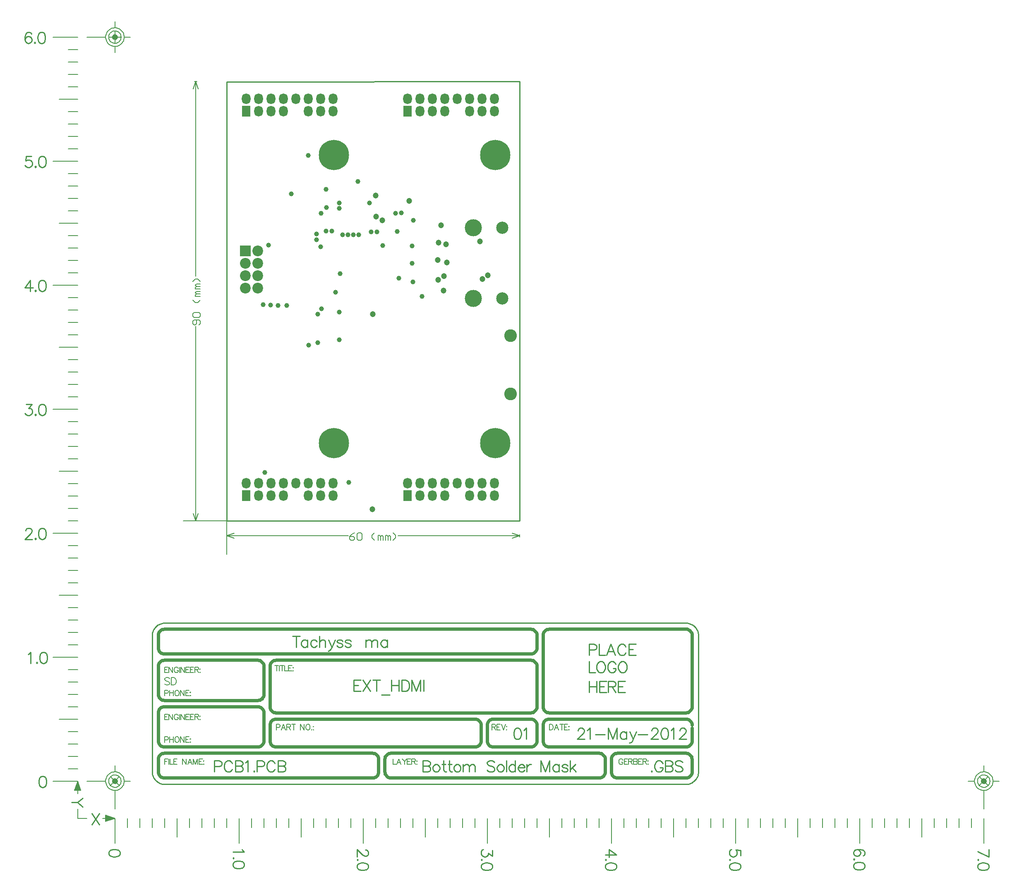
<source format=gbs>
%FSLAX44Y44*%
%MOMM*%
G71*
G01*
G75*
%ADD10R,0.5000X0.5000*%
%ADD11R,1.4000X1.2000*%
%ADD12R,0.5080X0.6350*%
%ADD13R,0.3000X0.9000*%
%ADD14R,0.9000X0.3000*%
%ADD15R,5.2000X5.2000*%
%ADD16R,1.6000X1.6000*%
%ADD17R,1.1000X0.6000*%
%ADD18R,6.7000X6.7000*%
%ADD19R,3.0000X1.6000*%
%ADD20R,2.6000X0.3000*%
%ADD21R,0.6350X0.5080*%
%ADD22R,0.6000X1.1000*%
%ADD23R,0.5000X1.0000*%
%ADD24C,0.5000*%
%ADD25C,0.3000*%
%ADD26C,0.2000*%
%ADD27C,0.2286*%
%ADD28C,0.6350*%
%ADD29C,0.2540*%
%ADD30C,0.2032*%
%ADD31C,0.2500*%
%ADD32C,0.1270*%
%ADD33C,0.1524*%
%ADD34C,2.4000*%
%ADD35R,1.6000X2.0000*%
%ADD36O,1.6000X2.0000*%
%ADD37C,6.0000*%
%ADD38C,2.3000*%
%ADD39C,3.3000*%
%ADD40C,2.0000*%
%ADD41R,2.0000X2.0000*%
%ADD42C,0.8000*%
%ADD43C,1.0000*%
%ADD44C,0.4000*%
%ADD45R,0.7000X0.7000*%
%ADD46R,1.6000X1.4000*%
%ADD47R,0.7080X0.8350*%
%ADD48R,0.5000X1.1000*%
%ADD49R,1.1000X0.5000*%
%ADD50R,5.4000X5.4000*%
%ADD51R,1.8000X1.8000*%
%ADD52R,1.3000X0.8000*%
%ADD53R,6.9000X6.9000*%
%ADD54R,3.2000X1.8000*%
%ADD55R,2.8000X0.5000*%
%ADD56R,0.8350X0.7080*%
%ADD57R,0.8000X1.3000*%
%ADD58R,0.7000X1.2000*%
%ADD59C,2.6000*%
%ADD60R,1.8000X2.2000*%
%ADD61O,1.8000X2.2000*%
%ADD62C,6.2000*%
%ADD63C,2.5000*%
%ADD64C,3.5000*%
%ADD65C,2.2000*%
%ADD66R,2.2000X2.2000*%
%ADD67C,1.2000*%
D26*
X2559398Y1850218D02*
Y1855298D01*
X1959398Y1850218D02*
Y1855298D01*
X2544158Y1847678D02*
X2559398Y1852758D01*
X2544158Y1857838D02*
X2559398Y1852758D01*
X1959398D02*
X1974638Y1847678D01*
X1959398Y1852758D02*
X1974638Y1857838D01*
X2310437Y1852758D02*
X2559398D01*
X1959398D02*
X2208359D01*
X1959398Y1814658D02*
Y1883238D01*
X1893358Y2783238D02*
X1898438D01*
X1893358Y1883238D02*
X1898438D01*
X1895898Y2783238D02*
X1900978Y2767998D01*
X1890818D02*
X1895898Y2783238D01*
Y1883238D02*
X1900978Y1898478D01*
X1890818D02*
X1895898Y1883238D01*
Y2384277D02*
Y2783238D01*
Y1883238D02*
Y2282199D01*
X1870498Y1883238D02*
X1959398D01*
D27*
X2829166Y1371065D02*
X2828078Y1369977D01*
X2829166Y1368888D01*
X2830255Y1369977D01*
X2829166Y1371065D01*
X2851586Y1386302D02*
X2850497Y1388478D01*
X2848321Y1390655D01*
X2846144Y1391743D01*
X2841791D01*
X2839614Y1390655D01*
X2837437Y1388478D01*
X2836349Y1386302D01*
X2835261Y1383036D01*
Y1377595D01*
X2836349Y1374330D01*
X2837437Y1372153D01*
X2839614Y1369977D01*
X2841791Y1368888D01*
X2846144D01*
X2848321Y1369977D01*
X2850497Y1372153D01*
X2851586Y1374330D01*
Y1377595D01*
X2846144D02*
X2851586D01*
X2856810Y1391743D02*
Y1368888D01*
Y1391743D02*
X2866605D01*
X2869870Y1390655D01*
X2870958Y1389567D01*
X2872047Y1387390D01*
Y1385213D01*
X2870958Y1383036D01*
X2869870Y1381948D01*
X2866605Y1380860D01*
X2856810D02*
X2866605D01*
X2869870Y1379772D01*
X2870958Y1378683D01*
X2872047Y1376507D01*
Y1373241D01*
X2870958Y1371065D01*
X2869870Y1369977D01*
X2866605Y1368888D01*
X2856810D01*
X2892398Y1388478D02*
X2890222Y1390655D01*
X2886957Y1391743D01*
X2882603D01*
X2879338Y1390655D01*
X2877162Y1388478D01*
Y1386302D01*
X2878250Y1384125D01*
X2879338Y1383036D01*
X2881515Y1381948D01*
X2888045Y1379772D01*
X2890222Y1378683D01*
X2891310Y1377595D01*
X2892398Y1375418D01*
Y1372153D01*
X2890222Y1369977D01*
X2886957Y1368888D01*
X2882603D01*
X2879338Y1369977D01*
X2877162Y1372153D01*
X2101636Y1647013D02*
Y1624158D01*
X2094018Y1647013D02*
X2109254D01*
X2125035Y1639395D02*
Y1624158D01*
Y1636130D02*
X2122859Y1638306D01*
X2120682Y1639395D01*
X2117417D01*
X2115240Y1638306D01*
X2113064Y1636130D01*
X2111975Y1632865D01*
Y1630688D01*
X2113064Y1627423D01*
X2115240Y1625246D01*
X2117417Y1624158D01*
X2120682D01*
X2122859Y1625246D01*
X2125035Y1627423D01*
X2144190Y1636130D02*
X2142013Y1638306D01*
X2139837Y1639395D01*
X2136572D01*
X2134395Y1638306D01*
X2132218Y1636130D01*
X2131130Y1632865D01*
Y1630688D01*
X2132218Y1627423D01*
X2134395Y1625246D01*
X2136572Y1624158D01*
X2139837D01*
X2142013Y1625246D01*
X2144190Y1627423D01*
X2149088Y1647013D02*
Y1624158D01*
Y1635042D02*
X2152353Y1638306D01*
X2154529Y1639395D01*
X2157794D01*
X2159971Y1638306D01*
X2161059Y1635042D01*
Y1624158D01*
X2168134Y1639395D02*
X2174664Y1624158D01*
X2181194Y1639395D02*
X2174664Y1624158D01*
X2172487Y1619805D01*
X2170310Y1617628D01*
X2168134Y1616540D01*
X2167045D01*
X2196974Y1636130D02*
X2195886Y1638306D01*
X2192621Y1639395D01*
X2189356D01*
X2186091Y1638306D01*
X2185003Y1636130D01*
X2186091Y1633953D01*
X2188268Y1632865D01*
X2193709Y1631776D01*
X2195886Y1630688D01*
X2196974Y1628512D01*
Y1627423D01*
X2195886Y1625246D01*
X2192621Y1624158D01*
X2189356D01*
X2186091Y1625246D01*
X2185003Y1627423D01*
X2213735Y1636130D02*
X2212646Y1638306D01*
X2209382Y1639395D01*
X2206116D01*
X2202852Y1638306D01*
X2201763Y1636130D01*
X2202852Y1633953D01*
X2205028Y1632865D01*
X2210470Y1631776D01*
X2212646Y1630688D01*
X2213735Y1628512D01*
Y1627423D01*
X2212646Y1625246D01*
X2209382Y1624158D01*
X2206116D01*
X2202852Y1625246D01*
X2201763Y1627423D01*
X2243664Y1639395D02*
Y1624158D01*
Y1635042D02*
X2246929Y1638306D01*
X2249106Y1639395D01*
X2252371D01*
X2254548Y1638306D01*
X2255636Y1635042D01*
Y1624158D01*
Y1635042D02*
X2258901Y1638306D01*
X2261078Y1639395D01*
X2264343D01*
X2266519Y1638306D01*
X2267608Y1635042D01*
Y1624158D01*
X2287851Y1639395D02*
Y1624158D01*
Y1636130D02*
X2285674Y1638306D01*
X2283497Y1639395D01*
X2280232D01*
X2278056Y1638306D01*
X2275879Y1636130D01*
X2274791Y1632865D01*
Y1630688D01*
X2275879Y1627423D01*
X2278056Y1625246D01*
X2280232Y1624158D01*
X2283497D01*
X2285674Y1625246D01*
X2287851Y1627423D01*
X2233896Y1556843D02*
X2219748D01*
Y1533988D01*
X2233896D01*
X2219748Y1545960D02*
X2228454D01*
X2237705Y1556843D02*
X2252942Y1533988D01*
Y1556843D02*
X2237705Y1533988D01*
X2265676Y1556843D02*
Y1533988D01*
X2258057Y1556843D02*
X2273294D01*
X2276015Y1526370D02*
X2293428D01*
X2296367Y1556843D02*
Y1533988D01*
X2311603Y1556843D02*
Y1533988D01*
X2296367Y1545960D02*
X2311603D01*
X2317916Y1556843D02*
Y1533988D01*
Y1556843D02*
X2325534D01*
X2328799Y1555755D01*
X2330976Y1553578D01*
X2332064Y1551402D01*
X2333152Y1548136D01*
Y1542695D01*
X2332064Y1539430D01*
X2330976Y1537253D01*
X2328799Y1535076D01*
X2325534Y1533988D01*
X2317916D01*
X2338268Y1556843D02*
Y1533988D01*
Y1556843D02*
X2346974Y1533988D01*
X2355681Y1556843D02*
X2346974Y1533988D01*
X2355681Y1556843D02*
Y1533988D01*
X2362211Y1556843D02*
Y1533988D01*
X1933998Y1379772D02*
X1943793D01*
X1947058Y1380860D01*
X1948146Y1381948D01*
X1949234Y1384125D01*
Y1387390D01*
X1948146Y1389567D01*
X1947058Y1390655D01*
X1943793Y1391743D01*
X1933998D01*
Y1368888D01*
X1970675Y1386302D02*
X1969586Y1388478D01*
X1967410Y1390655D01*
X1965233Y1391743D01*
X1960880D01*
X1958703Y1390655D01*
X1956526Y1388478D01*
X1955438Y1386302D01*
X1954350Y1383036D01*
Y1377595D01*
X1955438Y1374330D01*
X1956526Y1372153D01*
X1958703Y1369977D01*
X1960880Y1368888D01*
X1965233D01*
X1967410Y1369977D01*
X1969586Y1372153D01*
X1970675Y1374330D01*
X1977096Y1391743D02*
Y1368888D01*
Y1391743D02*
X1986891D01*
X1990156Y1390655D01*
X1991244Y1389567D01*
X1992333Y1387390D01*
Y1385213D01*
X1991244Y1383036D01*
X1990156Y1381948D01*
X1986891Y1380860D01*
X1977096D02*
X1986891D01*
X1990156Y1379772D01*
X1991244Y1378683D01*
X1992333Y1376507D01*
Y1373241D01*
X1991244Y1371065D01*
X1990156Y1369977D01*
X1986891Y1368888D01*
X1977096D01*
X1997448Y1387390D02*
X1999624Y1388478D01*
X2002890Y1391743D01*
Y1368888D01*
X2015297Y1371065D02*
X2014208Y1369977D01*
X2015297Y1368888D01*
X2016385Y1369977D01*
X2015297Y1371065D01*
X2021391Y1379772D02*
X2031186D01*
X2034451Y1380860D01*
X2035540Y1381948D01*
X2036628Y1384125D01*
Y1387390D01*
X2035540Y1389567D01*
X2034451Y1390655D01*
X2031186Y1391743D01*
X2021391D01*
Y1368888D01*
X2058068Y1386302D02*
X2056980Y1388478D01*
X2054803Y1390655D01*
X2052627Y1391743D01*
X2048273D01*
X2046096Y1390655D01*
X2043920Y1388478D01*
X2042832Y1386302D01*
X2041743Y1383036D01*
Y1377595D01*
X2042832Y1374330D01*
X2043920Y1372153D01*
X2046096Y1369977D01*
X2048273Y1368888D01*
X2052627D01*
X2054803Y1369977D01*
X2056980Y1372153D01*
X2058068Y1374330D01*
X2064489Y1391743D02*
Y1368888D01*
Y1391743D02*
X2074285D01*
X2077549Y1390655D01*
X2078638Y1389567D01*
X2079726Y1387390D01*
Y1385213D01*
X2078638Y1383036D01*
X2077549Y1381948D01*
X2074285Y1380860D01*
X2064489D02*
X2074285D01*
X2077549Y1379772D01*
X2078638Y1378683D01*
X2079726Y1376507D01*
Y1373241D01*
X2078638Y1371065D01*
X2077549Y1369977D01*
X2074285Y1368888D01*
X2064489D01*
X2360718Y1391743D02*
Y1368888D01*
Y1391743D02*
X2370513D01*
X2373778Y1390655D01*
X2374866Y1389567D01*
X2375954Y1387390D01*
Y1385213D01*
X2374866Y1383036D01*
X2373778Y1381948D01*
X2370513Y1380860D01*
X2360718D02*
X2370513D01*
X2373778Y1379772D01*
X2374866Y1378683D01*
X2375954Y1376507D01*
Y1373241D01*
X2374866Y1371065D01*
X2373778Y1369977D01*
X2370513Y1368888D01*
X2360718D01*
X2386511Y1384125D02*
X2384335Y1383036D01*
X2382158Y1380860D01*
X2381070Y1377595D01*
Y1375418D01*
X2382158Y1372153D01*
X2384335Y1369977D01*
X2386511Y1368888D01*
X2389776D01*
X2391953Y1369977D01*
X2394130Y1372153D01*
X2395218Y1375418D01*
Y1377595D01*
X2394130Y1380860D01*
X2391953Y1383036D01*
X2389776Y1384125D01*
X2386511D01*
X2403489Y1391743D02*
Y1373241D01*
X2404578Y1369977D01*
X2406754Y1368888D01*
X2408931D01*
X2400224Y1384125D02*
X2407843D01*
X2415461Y1391743D02*
Y1373241D01*
X2416549Y1369977D01*
X2418726Y1368888D01*
X2420903D01*
X2412196Y1384125D02*
X2419814D01*
X2429610D02*
X2427433Y1383036D01*
X2425256Y1380860D01*
X2424168Y1377595D01*
Y1375418D01*
X2425256Y1372153D01*
X2427433Y1369977D01*
X2429610Y1368888D01*
X2432874D01*
X2435051Y1369977D01*
X2437228Y1372153D01*
X2438316Y1375418D01*
Y1377595D01*
X2437228Y1380860D01*
X2435051Y1383036D01*
X2432874Y1384125D01*
X2429610D01*
X2443323D02*
Y1368888D01*
Y1379772D02*
X2446588Y1383036D01*
X2448764Y1384125D01*
X2452029D01*
X2454206Y1383036D01*
X2455294Y1379772D01*
Y1368888D01*
Y1379772D02*
X2458559Y1383036D01*
X2460736Y1384125D01*
X2464001D01*
X2466178Y1383036D01*
X2467266Y1379772D01*
Y1368888D01*
X2507643Y1388478D02*
X2505467Y1390655D01*
X2502202Y1391743D01*
X2497848D01*
X2494583Y1390655D01*
X2492407Y1388478D01*
Y1386302D01*
X2493495Y1384125D01*
X2494583Y1383036D01*
X2496760Y1381948D01*
X2503290Y1379772D01*
X2505467Y1378683D01*
X2506555Y1377595D01*
X2507643Y1375418D01*
Y1372153D01*
X2505467Y1369977D01*
X2502202Y1368888D01*
X2497848D01*
X2494583Y1369977D01*
X2492407Y1372153D01*
X2518200Y1384125D02*
X2516024Y1383036D01*
X2513847Y1380860D01*
X2512759Y1377595D01*
Y1375418D01*
X2513847Y1372153D01*
X2516024Y1369977D01*
X2518200Y1368888D01*
X2521465D01*
X2523642Y1369977D01*
X2525819Y1372153D01*
X2526907Y1375418D01*
Y1377595D01*
X2525819Y1380860D01*
X2523642Y1383036D01*
X2521465Y1384125D01*
X2518200D01*
X2531913Y1391743D02*
Y1368888D01*
X2549762Y1391743D02*
Y1368888D01*
Y1380860D02*
X2547585Y1383036D01*
X2545409Y1384125D01*
X2542144D01*
X2539967Y1383036D01*
X2537790Y1380860D01*
X2536702Y1377595D01*
Y1375418D01*
X2537790Y1372153D01*
X2539967Y1369977D01*
X2542144Y1368888D01*
X2545409D01*
X2547585Y1369977D01*
X2549762Y1372153D01*
X2555857Y1377595D02*
X2568917D01*
Y1379772D01*
X2567828Y1381948D01*
X2566740Y1383036D01*
X2564564Y1384125D01*
X2561299D01*
X2559122Y1383036D01*
X2556945Y1380860D01*
X2555857Y1377595D01*
Y1375418D01*
X2556945Y1372153D01*
X2559122Y1369977D01*
X2561299Y1368888D01*
X2564564D01*
X2566740Y1369977D01*
X2568917Y1372153D01*
X2573814Y1384125D02*
Y1368888D01*
Y1377595D02*
X2574903Y1380860D01*
X2577079Y1383036D01*
X2579256Y1384125D01*
X2582521D01*
X2602546Y1391743D02*
Y1368888D01*
Y1391743D02*
X2611253Y1368888D01*
X2619960Y1391743D02*
X2611253Y1368888D01*
X2619960Y1391743D02*
Y1368888D01*
X2639550Y1384125D02*
Y1368888D01*
Y1380860D02*
X2637373Y1383036D01*
X2635197Y1384125D01*
X2631931D01*
X2629755Y1383036D01*
X2627578Y1380860D01*
X2626490Y1377595D01*
Y1375418D01*
X2627578Y1372153D01*
X2629755Y1369977D01*
X2631931Y1368888D01*
X2635197D01*
X2637373Y1369977D01*
X2639550Y1372153D01*
X2657616Y1380860D02*
X2656528Y1383036D01*
X2653263Y1384125D01*
X2649998D01*
X2646733Y1383036D01*
X2645645Y1380860D01*
X2646733Y1378683D01*
X2648910Y1377595D01*
X2654351Y1376507D01*
X2656528Y1375418D01*
X2657616Y1373241D01*
Y1372153D01*
X2656528Y1369977D01*
X2653263Y1368888D01*
X2649998D01*
X2646733Y1369977D01*
X2645645Y1372153D01*
X2662405Y1391743D02*
Y1368888D01*
X2673288Y1384125D02*
X2662405Y1373241D01*
X2666758Y1377595D02*
X2674377Y1368888D01*
X2553303Y1458418D02*
X2550038Y1457330D01*
X2547861Y1454065D01*
X2546773Y1448623D01*
Y1445358D01*
X2547861Y1439917D01*
X2550038Y1436651D01*
X2553303Y1435563D01*
X2555479D01*
X2558744Y1436651D01*
X2560921Y1439917D01*
X2562009Y1445358D01*
Y1448623D01*
X2560921Y1454065D01*
X2558744Y1457330D01*
X2555479Y1458418D01*
X2553303D01*
X2567125Y1454065D02*
X2569301Y1455153D01*
X2572566Y1458418D01*
Y1435563D01*
X2701078Y1618531D02*
X2710873D01*
X2714138Y1619620D01*
X2715226Y1620708D01*
X2716314Y1622885D01*
Y1626150D01*
X2715226Y1628327D01*
X2714138Y1629415D01*
X2710873Y1630503D01*
X2701078D01*
Y1607648D01*
X2721430Y1630503D02*
Y1607648D01*
X2734490D01*
X2754406D02*
X2745699Y1630503D01*
X2736993Y1607648D01*
X2740258Y1615267D02*
X2751141D01*
X2776064Y1625061D02*
X2774976Y1627238D01*
X2772799Y1629415D01*
X2770623Y1630503D01*
X2766269D01*
X2764092Y1629415D01*
X2761916Y1627238D01*
X2760827Y1625061D01*
X2759739Y1621797D01*
Y1616355D01*
X2760827Y1613090D01*
X2761916Y1610913D01*
X2764092Y1608737D01*
X2766269Y1607648D01*
X2770623D01*
X2772799Y1608737D01*
X2774976Y1610913D01*
X2776064Y1613090D01*
X2796634Y1630503D02*
X2782485D01*
Y1607648D01*
X2796634D01*
X2782485Y1619620D02*
X2791192D01*
X2701078Y1594943D02*
Y1572088D01*
X2714138D01*
X2723171Y1594943D02*
X2720994Y1593855D01*
X2718818Y1591678D01*
X2717729Y1589501D01*
X2716641Y1586237D01*
Y1580795D01*
X2717729Y1577530D01*
X2718818Y1575353D01*
X2720994Y1573177D01*
X2723171Y1572088D01*
X2727524D01*
X2729701Y1573177D01*
X2731878Y1575353D01*
X2732966Y1577530D01*
X2734054Y1580795D01*
Y1586237D01*
X2732966Y1589501D01*
X2731878Y1591678D01*
X2729701Y1593855D01*
X2727524Y1594943D01*
X2723171D01*
X2755712Y1589501D02*
X2754624Y1591678D01*
X2752447Y1593855D01*
X2750271Y1594943D01*
X2745917D01*
X2743741Y1593855D01*
X2741564Y1591678D01*
X2740475Y1589501D01*
X2739387Y1586237D01*
Y1580795D01*
X2740475Y1577530D01*
X2741564Y1575353D01*
X2743741Y1573177D01*
X2745917Y1572088D01*
X2750271D01*
X2752447Y1573177D01*
X2754624Y1575353D01*
X2755712Y1577530D01*
Y1580795D01*
X2750271D02*
X2755712D01*
X2767466Y1594943D02*
X2765290Y1593855D01*
X2763113Y1591678D01*
X2762025Y1589501D01*
X2760936Y1586237D01*
Y1580795D01*
X2762025Y1577530D01*
X2763113Y1575353D01*
X2765290Y1573177D01*
X2767466Y1572088D01*
X2771820D01*
X2773996Y1573177D01*
X2776173Y1575353D01*
X2777261Y1577530D01*
X2778350Y1580795D01*
Y1586237D01*
X2777261Y1589501D01*
X2776173Y1591678D01*
X2773996Y1593855D01*
X2771820Y1594943D01*
X2767466D01*
X2701078Y1554303D02*
Y1531448D01*
X2716314Y1554303D02*
Y1531448D01*
X2701078Y1543420D02*
X2716314D01*
X2736775Y1554303D02*
X2722627D01*
Y1531448D01*
X2736775D01*
X2722627Y1543420D02*
X2731334D01*
X2740584Y1554303D02*
Y1531448D01*
Y1554303D02*
X2750379D01*
X2753644Y1553215D01*
X2754733Y1552127D01*
X2755821Y1549950D01*
Y1547773D01*
X2754733Y1545596D01*
X2753644Y1544508D01*
X2750379Y1543420D01*
X2740584D01*
X2748203D02*
X2755821Y1531448D01*
X2775085Y1554303D02*
X2760936D01*
Y1531448D01*
X2775085D01*
X2760936Y1543420D02*
X2769643D01*
X2678036Y1452977D02*
Y1454065D01*
X2679124Y1456242D01*
X2680213Y1457330D01*
X2682390Y1458418D01*
X2686743D01*
X2688919Y1457330D01*
X2690008Y1456242D01*
X2691096Y1454065D01*
Y1451888D01*
X2690008Y1449711D01*
X2687831Y1446447D01*
X2676948Y1435563D01*
X2692184D01*
X2697299Y1454065D02*
X2699476Y1455153D01*
X2702741Y1458418D01*
Y1435563D01*
X2714060Y1445358D02*
X2733650D01*
X2740398Y1458418D02*
Y1435563D01*
Y1458418D02*
X2749105Y1435563D01*
X2757811Y1458418D02*
X2749105Y1435563D01*
X2757811Y1458418D02*
Y1435563D01*
X2777401Y1450800D02*
Y1435563D01*
Y1447535D02*
X2775225Y1449711D01*
X2773048Y1450800D01*
X2769783D01*
X2767606Y1449711D01*
X2765430Y1447535D01*
X2764341Y1444270D01*
Y1442093D01*
X2765430Y1438828D01*
X2767606Y1436651D01*
X2769783Y1435563D01*
X2773048D01*
X2775225Y1436651D01*
X2777401Y1438828D01*
X2784584Y1450800D02*
X2791115Y1435563D01*
X2797644Y1450800D02*
X2791115Y1435563D01*
X2788938Y1431210D01*
X2786761Y1429033D01*
X2784584Y1427945D01*
X2783496D01*
X2801454Y1445358D02*
X2821044D01*
X2828880Y1452977D02*
Y1454065D01*
X2829968Y1456242D01*
X2831057Y1457330D01*
X2833233Y1458418D01*
X2837586D01*
X2839763Y1457330D01*
X2840851Y1456242D01*
X2841940Y1454065D01*
Y1451888D01*
X2840851Y1449711D01*
X2838675Y1446447D01*
X2827791Y1435563D01*
X2843028D01*
X2854673Y1458418D02*
X2851408Y1457330D01*
X2849232Y1454065D01*
X2848143Y1448623D01*
Y1445358D01*
X2849232Y1439917D01*
X2851408Y1436651D01*
X2854673Y1435563D01*
X2856850D01*
X2860115Y1436651D01*
X2862292Y1439917D01*
X2863380Y1445358D01*
Y1448623D01*
X2862292Y1454065D01*
X2860115Y1457330D01*
X2856850Y1458418D01*
X2854673D01*
X2868495Y1454065D02*
X2870672Y1455153D01*
X2873937Y1458418D01*
Y1435563D01*
X2886344Y1452977D02*
Y1454065D01*
X2887432Y1456242D01*
X2888521Y1457330D01*
X2890697Y1458418D01*
X2895051D01*
X2897227Y1457330D01*
X2898316Y1456242D01*
X2899404Y1454065D01*
Y1451888D01*
X2898316Y1449711D01*
X2896139Y1446447D01*
X2885256Y1435563D01*
X2900492D01*
X1664753Y1314913D02*
X1653869Y1306206D01*
X1641898D01*
X1664753Y1297500D02*
X1653869Y1306206D01*
X1683173Y1283793D02*
X1698409Y1260938D01*
Y1283793D02*
X1683173Y1260938D01*
X3261688Y1197078D02*
X3263864Y1198166D01*
X3264953Y1201431D01*
Y1203608D01*
X3263864Y1206873D01*
X3260599Y1209050D01*
X3255158Y1210138D01*
X3249716D01*
X3245363Y1209050D01*
X3243186Y1206873D01*
X3242098Y1203608D01*
Y1202520D01*
X3243186Y1199255D01*
X3245363Y1197078D01*
X3248628Y1195990D01*
X3249716D01*
X3252981Y1197078D01*
X3255158Y1199255D01*
X3256246Y1202520D01*
Y1203608D01*
X3255158Y1206873D01*
X3252981Y1209050D01*
X3249716Y1210138D01*
X3244274Y1189895D02*
X3243186Y1190983D01*
X3242098Y1189895D01*
X3243186Y1188807D01*
X3244274Y1189895D01*
X3264953Y1177270D02*
X3263864Y1180535D01*
X3260599Y1182712D01*
X3255158Y1183800D01*
X3251893D01*
X3246451Y1182712D01*
X3243186Y1180535D01*
X3242098Y1177270D01*
Y1175094D01*
X3243186Y1171829D01*
X3246451Y1169652D01*
X3251893Y1168564D01*
X3255158D01*
X3260599Y1169652D01*
X3263864Y1171829D01*
X3264953Y1175094D01*
Y1177270D01*
X2756953Y1199255D02*
X2741716Y1210138D01*
Y1193813D01*
X2756953Y1199255D02*
X2734098D01*
X2736274Y1188698D02*
X2735186Y1189786D01*
X2734098Y1188698D01*
X2735186Y1187609D01*
X2736274Y1188698D01*
X2756953Y1176073D02*
X2755864Y1179338D01*
X2752599Y1181515D01*
X2747158Y1182603D01*
X2743893D01*
X2738451Y1181515D01*
X2735186Y1179338D01*
X2734098Y1176073D01*
Y1173896D01*
X2735186Y1170631D01*
X2738451Y1168455D01*
X2743893Y1167366D01*
X2747158D01*
X2752599Y1168455D01*
X2755864Y1170631D01*
X2756953Y1173896D01*
Y1176073D01*
X2243511Y1209050D02*
X2244599D01*
X2246776Y1207962D01*
X2247864Y1206873D01*
X2248953Y1204696D01*
Y1200343D01*
X2247864Y1198166D01*
X2246776Y1197078D01*
X2244599Y1195990D01*
X2242423D01*
X2240246Y1197078D01*
X2236981Y1199255D01*
X2226098Y1210138D01*
Y1194901D01*
X2228274Y1188698D02*
X2227186Y1189786D01*
X2226098Y1188698D01*
X2227186Y1187609D01*
X2228274Y1188698D01*
X2248953Y1176073D02*
X2247864Y1179338D01*
X2244599Y1181515D01*
X2239158Y1182603D01*
X2235893D01*
X2230451Y1181515D01*
X2227186Y1179338D01*
X2226098Y1176073D01*
Y1173896D01*
X2227186Y1170631D01*
X2230451Y1168455D01*
X2235893Y1167366D01*
X2239158D01*
X2244599Y1168455D01*
X2247864Y1170631D01*
X2248953Y1173896D01*
Y1176073D01*
X1740953Y1203608D02*
X1739864Y1206873D01*
X1736599Y1209050D01*
X1731158Y1210138D01*
X1727893D01*
X1722451Y1209050D01*
X1719186Y1206873D01*
X1718098Y1203608D01*
Y1201431D01*
X1719186Y1198166D01*
X1722451Y1195990D01*
X1727893Y1194901D01*
X1731158D01*
X1736599Y1195990D01*
X1739864Y1198166D01*
X1740953Y1201431D01*
Y1203608D01*
X1990599Y1210138D02*
X1991688Y1207962D01*
X1994953Y1204696D01*
X1972098D01*
X1974274Y1192289D02*
X1973186Y1193378D01*
X1972098Y1192289D01*
X1973186Y1191201D01*
X1974274Y1192289D01*
X1994953Y1179665D02*
X1993864Y1182930D01*
X1990599Y1185106D01*
X1985158Y1186195D01*
X1981893D01*
X1976451Y1185106D01*
X1973186Y1182930D01*
X1972098Y1179665D01*
Y1177488D01*
X1973186Y1174223D01*
X1976451Y1172046D01*
X1981893Y1170958D01*
X1985158D01*
X1990599Y1172046D01*
X1993864Y1174223D01*
X1994953Y1177488D01*
Y1179665D01*
X2502953Y1207962D02*
Y1195990D01*
X2494246Y1202520D01*
Y1199255D01*
X2493158Y1197078D01*
X2492069Y1195990D01*
X2488804Y1194901D01*
X2486628D01*
X2483363Y1195990D01*
X2481186Y1198166D01*
X2480098Y1201431D01*
Y1204696D01*
X2481186Y1207962D01*
X2482274Y1209050D01*
X2484451Y1210138D01*
X2482274Y1188698D02*
X2481186Y1189786D01*
X2480098Y1188698D01*
X2481186Y1187609D01*
X2482274Y1188698D01*
X2502953Y1176073D02*
X2501864Y1179338D01*
X2498599Y1181515D01*
X2493158Y1182603D01*
X2489893D01*
X2484451Y1181515D01*
X2481186Y1179338D01*
X2480098Y1176073D01*
Y1173896D01*
X2481186Y1170631D01*
X2484451Y1168455D01*
X2489893Y1167366D01*
X2493158D01*
X2498599Y1168455D01*
X2501864Y1170631D01*
X2502953Y1173896D01*
Y1176073D01*
X3010953Y1197078D02*
Y1207962D01*
X3001158Y1209050D01*
X3002246Y1207962D01*
X3003334Y1204696D01*
Y1201431D01*
X3002246Y1198166D01*
X3000069Y1195990D01*
X2996805Y1194901D01*
X2994628D01*
X2991363Y1195990D01*
X2989186Y1198166D01*
X2988098Y1201431D01*
Y1204696D01*
X2989186Y1207962D01*
X2990274Y1209050D01*
X2992451Y1210138D01*
X2990274Y1188698D02*
X2989186Y1189786D01*
X2988098Y1188698D01*
X2989186Y1187609D01*
X2990274Y1188698D01*
X3010953Y1176073D02*
X3009865Y1179338D01*
X3006599Y1181515D01*
X3001158Y1182603D01*
X2997893D01*
X2992451Y1181515D01*
X2989186Y1179338D01*
X2988098Y1176073D01*
Y1173896D01*
X2989186Y1170631D01*
X2992451Y1168455D01*
X2997893Y1167366D01*
X3001158D01*
X3006599Y1168455D01*
X3009865Y1170631D01*
X3010953Y1173896D01*
Y1176073D01*
X3518953Y1194901D02*
X3496098Y1205785D01*
X3518953Y1210138D02*
Y1194901D01*
X3498275Y1188698D02*
X3497186Y1189786D01*
X3496098Y1188698D01*
X3497186Y1187609D01*
X3498275Y1188698D01*
X3518953Y1176073D02*
X3517864Y1179338D01*
X3514599Y1181515D01*
X3509158Y1182603D01*
X3505893D01*
X3500451Y1181515D01*
X3497186Y1179338D01*
X3496098Y1176073D01*
Y1173896D01*
X3497186Y1170631D01*
X3500451Y1168455D01*
X3505893Y1167366D01*
X3509158D01*
X3514599Y1168455D01*
X3517864Y1170631D01*
X3518953Y1173896D01*
Y1176073D01*
X1559708Y2629993D02*
X1548824D01*
X1547736Y2620198D01*
X1548824Y2621287D01*
X1552089Y2622375D01*
X1555354D01*
X1558619Y2621287D01*
X1560796Y2619110D01*
X1561884Y2615845D01*
Y2613668D01*
X1560796Y2610403D01*
X1558619Y2608227D01*
X1555354Y2607138D01*
X1552089D01*
X1548824Y2608227D01*
X1547736Y2609315D01*
X1546648Y2611491D01*
X1568088Y2609315D02*
X1567000Y2608227D01*
X1568088Y2607138D01*
X1569176Y2608227D01*
X1568088Y2609315D01*
X1580713Y2629993D02*
X1577448Y2628905D01*
X1575271Y2625640D01*
X1574183Y2620198D01*
Y2616933D01*
X1575271Y2611491D01*
X1577448Y2608227D01*
X1580713Y2607138D01*
X1582889D01*
X1586154Y2608227D01*
X1588331Y2611491D01*
X1589419Y2616933D01*
Y2620198D01*
X1588331Y2625640D01*
X1586154Y2628905D01*
X1582889Y2629993D01*
X1580713D01*
X1548824Y2121993D02*
X1560796D01*
X1554266Y2113286D01*
X1557531D01*
X1559708Y2112198D01*
X1560796Y2111110D01*
X1561884Y2107845D01*
Y2105668D01*
X1560796Y2102403D01*
X1558619Y2100226D01*
X1555354Y2099138D01*
X1552089D01*
X1548824Y2100226D01*
X1547736Y2101315D01*
X1546648Y2103492D01*
X1568088Y2101315D02*
X1567000Y2100226D01*
X1568088Y2099138D01*
X1569176Y2100226D01*
X1568088Y2101315D01*
X1580713Y2121993D02*
X1577448Y2120905D01*
X1575271Y2117640D01*
X1574183Y2112198D01*
Y2108933D01*
X1575271Y2103492D01*
X1577448Y2100226D01*
X1580713Y2099138D01*
X1582889D01*
X1586154Y2100226D01*
X1588331Y2103492D01*
X1589419Y2108933D01*
Y2112198D01*
X1588331Y2117640D01*
X1586154Y2120905D01*
X1582889Y2121993D01*
X1580713D01*
X1552998Y1609640D02*
X1555174Y1610728D01*
X1558439Y1613993D01*
Y1591138D01*
X1570846Y1593315D02*
X1569758Y1592227D01*
X1570846Y1591138D01*
X1571935Y1592227D01*
X1570846Y1593315D01*
X1583471Y1613993D02*
X1580206Y1612905D01*
X1578029Y1609640D01*
X1576941Y1604198D01*
Y1600933D01*
X1578029Y1595491D01*
X1580206Y1592227D01*
X1583471Y1591138D01*
X1585648D01*
X1588913Y1592227D01*
X1591089Y1595491D01*
X1592178Y1600933D01*
Y1604198D01*
X1591089Y1609640D01*
X1588913Y1612905D01*
X1585648Y1613993D01*
X1583471D01*
X1581753Y1359993D02*
X1578488Y1358905D01*
X1576311Y1355640D01*
X1575223Y1350198D01*
Y1346933D01*
X1576311Y1341492D01*
X1578488Y1338226D01*
X1581753Y1337138D01*
X1583929D01*
X1587194Y1338226D01*
X1589371Y1341492D01*
X1590459Y1346933D01*
Y1350198D01*
X1589371Y1355640D01*
X1587194Y1358905D01*
X1583929Y1359993D01*
X1581753D01*
X1547736Y1862552D02*
Y1863640D01*
X1548824Y1865817D01*
X1549913Y1866905D01*
X1552089Y1867993D01*
X1556443D01*
X1558619Y1866905D01*
X1559708Y1865817D01*
X1560796Y1863640D01*
Y1861463D01*
X1559708Y1859286D01*
X1557531Y1856022D01*
X1546648Y1845138D01*
X1561884D01*
X1568088Y1847315D02*
X1567000Y1846227D01*
X1568088Y1845138D01*
X1569176Y1846227D01*
X1568088Y1847315D01*
X1580713Y1867993D02*
X1577448Y1866905D01*
X1575271Y1863640D01*
X1574183Y1858198D01*
Y1854933D01*
X1575271Y1849491D01*
X1577448Y1846227D01*
X1580713Y1845138D01*
X1582889D01*
X1586154Y1846227D01*
X1588331Y1849491D01*
X1589419Y1854933D01*
Y1858198D01*
X1588331Y1863640D01*
X1586154Y1866905D01*
X1582889Y1867993D01*
X1580713D01*
X1557531Y2375993D02*
X1546648Y2360757D01*
X1562973D01*
X1557531Y2375993D02*
Y2353138D01*
X1568088Y2355315D02*
X1567000Y2354227D01*
X1568088Y2353138D01*
X1569176Y2354227D01*
X1568088Y2355315D01*
X1580713Y2375993D02*
X1577448Y2374905D01*
X1575271Y2371640D01*
X1574183Y2366198D01*
Y2362933D01*
X1575271Y2357491D01*
X1577448Y2354227D01*
X1580713Y2353138D01*
X1582889D01*
X1586154Y2354227D01*
X1588331Y2357491D01*
X1589419Y2362933D01*
Y2366198D01*
X1588331Y2371640D01*
X1586154Y2374905D01*
X1582889Y2375993D01*
X1580713D01*
X1559708Y2880728D02*
X1558619Y2882905D01*
X1555354Y2883993D01*
X1553178D01*
X1549913Y2882905D01*
X1547736Y2879640D01*
X1546648Y2874198D01*
Y2868756D01*
X1547736Y2864403D01*
X1549913Y2862227D01*
X1553178Y2861138D01*
X1554266D01*
X1557531Y2862227D01*
X1559708Y2864403D01*
X1560796Y2867668D01*
Y2868756D01*
X1559708Y2872021D01*
X1557531Y2874198D01*
X1554266Y2875287D01*
X1553178D01*
X1549913Y2874198D01*
X1547736Y2872021D01*
X1546648Y2868756D01*
X1566891Y2863315D02*
X1565802Y2862227D01*
X1566891Y2861138D01*
X1567979Y2862227D01*
X1566891Y2863315D01*
X1579516Y2883993D02*
X1576250Y2882905D01*
X1574074Y2879640D01*
X1572986Y2874198D01*
Y2870933D01*
X1574074Y2865492D01*
X1576250Y2862227D01*
X1579516Y2861138D01*
X1581692D01*
X1584957Y2862227D01*
X1587134Y2865492D01*
X1588222Y2870933D01*
Y2874198D01*
X1587134Y2879640D01*
X1584957Y2882905D01*
X1581692Y2883993D01*
X1579516D01*
D28*
X2270548Y1394288D02*
X2270304Y1396766D01*
X2269581Y1399148D01*
X2268407Y1401344D01*
X2266828Y1403268D01*
X2264903Y1404848D01*
X2262708Y1406021D01*
X2260325Y1406744D01*
X2257848Y1406988D01*
X2258143Y1356187D02*
X2260604Y1356395D01*
X2262973Y1357094D01*
X2265153Y1358255D01*
X2267054Y1359833D01*
X2268597Y1361761D01*
X2269721Y1363960D01*
X2270379Y1366341D01*
X2270543Y1368806D01*
X2295948Y1406988D02*
X2293470Y1406744D01*
X2291088Y1406021D01*
X2288892Y1404848D01*
X2286967Y1403268D01*
X2285388Y1401344D01*
X2284214Y1399148D01*
X2283492Y1396766D01*
X2283248Y1394288D01*
Y1368888D02*
X2283486Y1366438D01*
X2284193Y1364079D01*
X2285342Y1361902D01*
X2286889Y1359987D01*
X2288777Y1358406D01*
X2290934Y1357220D01*
X2293280Y1356472D01*
X2295726Y1356190D01*
X2734098Y1394288D02*
X2733854Y1396766D01*
X2733131Y1399148D01*
X2731957Y1401344D01*
X2730378Y1403268D01*
X2728453Y1404848D01*
X2726258Y1406021D01*
X2723875Y1406744D01*
X2721398Y1406988D01*
X2721693Y1356187D02*
X2724154Y1356395D01*
X2726523Y1357094D01*
X2728703Y1358255D01*
X2730604Y1359833D01*
X2732148Y1361761D01*
X2733271Y1363960D01*
X2733929Y1366341D01*
X2734093Y1368806D01*
X2746798Y1368634D02*
X2747042Y1366179D01*
X2747766Y1363821D01*
X2748941Y1361652D01*
X2750520Y1359757D01*
X2752442Y1358211D01*
X2754632Y1357074D01*
X2757002Y1356392D01*
X2759461Y1356190D01*
X2759498Y1406988D02*
X2757020Y1406744D01*
X2754637Y1406021D01*
X2752442Y1404848D01*
X2750517Y1403268D01*
X2748938Y1401344D01*
X2747764Y1399148D01*
X2747042Y1396766D01*
X2746798Y1394288D01*
X2035598Y1585042D02*
X2035358Y1587470D01*
X2034650Y1589805D01*
X2033500Y1591957D01*
X2031952Y1593843D01*
X2030066Y1595391D01*
X2027915Y1596541D01*
X2025580Y1597249D01*
X2023152Y1597488D01*
X2023406Y1514938D02*
X2025784Y1515172D01*
X2028071Y1515866D01*
X2030179Y1516993D01*
X2032027Y1518509D01*
X2033543Y1520357D01*
X2034670Y1522464D01*
X2035363Y1524752D01*
X2035598Y1527130D01*
Y1489792D02*
X2035348Y1492274D01*
X2034608Y1494655D01*
X2033409Y1496842D01*
X2031797Y1498745D01*
X2029839Y1500289D01*
X2027612Y1501411D01*
X2025206Y1502068D01*
X2022717Y1502231D01*
X2048298Y1501984D02*
X2048537Y1499556D01*
X2049245Y1497221D01*
X2050395Y1495069D01*
X2051943Y1493183D01*
X2053829Y1491636D01*
X2055981Y1490486D01*
X2058316Y1489777D01*
X2060744Y1489538D01*
X2048298Y1432134D02*
X2048537Y1429706D01*
X2049245Y1427371D01*
X2050395Y1425220D01*
X2051943Y1423333D01*
X2053829Y1421786D01*
X2055981Y1420636D01*
X2058316Y1419927D01*
X2060744Y1419688D01*
X2023152D02*
X2025580Y1419927D01*
X2027915Y1420636D01*
X2030066Y1421786D01*
X2031952Y1423333D01*
X2033500Y1425220D01*
X2034650Y1427371D01*
X2035358Y1429706D01*
X2035598Y1432134D01*
X2480098Y1464392D02*
X2479859Y1466820D01*
X2479150Y1469155D01*
X2478000Y1471307D01*
X2476452Y1473193D01*
X2474566Y1474741D01*
X2472415Y1475891D01*
X2470080Y1476599D01*
X2467652Y1476838D01*
Y1419688D02*
X2470106Y1419933D01*
X2472465Y1420656D01*
X2474634Y1421831D01*
X2476529Y1423411D01*
X2478075Y1425333D01*
X2479212Y1427522D01*
X2479894Y1429893D01*
X2480096Y1432351D01*
X2492798Y1432642D02*
X2493041Y1430143D01*
X2493762Y1427737D01*
X2494934Y1425516D01*
X2496512Y1423563D01*
X2498438Y1421950D01*
X2500638Y1420740D01*
X2503031Y1419977D01*
X2505526Y1419690D01*
X2504990Y1476838D02*
X2502533Y1476588D01*
X2500177Y1475848D01*
X2498018Y1474648D01*
X2496146Y1473039D01*
X2494636Y1471084D01*
X2493551Y1468866D01*
X2492936Y1466474D01*
X2492814Y1464008D01*
X2060998Y1476838D02*
X2058520Y1476594D01*
X2056138Y1475871D01*
X2053942Y1474698D01*
X2052017Y1473118D01*
X2050438Y1471194D01*
X2049264Y1468998D01*
X2048542Y1466616D01*
X2048298Y1464138D01*
X2060998Y1597488D02*
X2058520Y1597244D01*
X2056138Y1596521D01*
X2053942Y1595348D01*
X2052017Y1593768D01*
X2050438Y1591844D01*
X2049264Y1589648D01*
X2048542Y1587266D01*
X2048298Y1584788D01*
X1819698Y1432388D02*
X1819936Y1429938D01*
X1820643Y1427579D01*
X1821792Y1425402D01*
X1823339Y1423487D01*
X1825227Y1421906D01*
X1827384Y1420719D01*
X1829730Y1419971D01*
X1832176Y1419690D01*
X1832398Y1502238D02*
X1829920Y1501994D01*
X1827538Y1501271D01*
X1825342Y1500098D01*
X1823417Y1498518D01*
X1821838Y1496594D01*
X1820664Y1494398D01*
X1819942Y1492016D01*
X1819698Y1489538D01*
Y1527638D02*
X1819942Y1525161D01*
X1820664Y1522778D01*
X1821838Y1520582D01*
X1823417Y1518658D01*
X1825342Y1517079D01*
X1827538Y1515905D01*
X1829920Y1515182D01*
X1832398Y1514938D01*
Y1597488D02*
X1829920Y1597244D01*
X1827538Y1596521D01*
X1825342Y1595348D01*
X1823417Y1593768D01*
X1821838Y1591844D01*
X1820664Y1589648D01*
X1819942Y1587266D01*
X1819698Y1584788D01*
Y1622888D02*
X1819942Y1620410D01*
X1820664Y1618028D01*
X1821838Y1615832D01*
X1823417Y1613908D01*
X1825342Y1612328D01*
X1827538Y1611155D01*
X1829920Y1610432D01*
X1832398Y1610188D01*
Y1660988D02*
X1829920Y1660744D01*
X1827538Y1660021D01*
X1825342Y1658848D01*
X1823417Y1657268D01*
X1821838Y1655344D01*
X1820664Y1653148D01*
X1819942Y1650766D01*
X1819698Y1648288D01*
X2594398D02*
X2594154Y1650766D01*
X2593431Y1653148D01*
X2592257Y1655344D01*
X2590678Y1657268D01*
X2588753Y1658848D01*
X2586558Y1660021D01*
X2584175Y1660744D01*
X2581698Y1660988D01*
X2619798D02*
X2617320Y1660744D01*
X2614938Y1660021D01*
X2612742Y1658848D01*
X2610817Y1657268D01*
X2609238Y1655344D01*
X2608064Y1653148D01*
X2607342Y1650766D01*
X2607098Y1648288D01*
X2581698Y1610188D02*
X2584175Y1610432D01*
X2586558Y1611155D01*
X2588753Y1612328D01*
X2590678Y1613908D01*
X2592257Y1615832D01*
X2593431Y1618028D01*
X2594154Y1620410D01*
X2594398Y1622888D01*
Y1584788D02*
X2594154Y1587266D01*
X2593431Y1589648D01*
X2592257Y1591844D01*
X2590678Y1593768D01*
X2588753Y1595348D01*
X2586558Y1596521D01*
X2584175Y1597244D01*
X2581698Y1597488D01*
X1832398Y1406988D02*
X1829920Y1406744D01*
X1827538Y1406021D01*
X1825342Y1404848D01*
X1823417Y1403268D01*
X1821838Y1401344D01*
X1820664Y1399148D01*
X1819942Y1396766D01*
X1819698Y1394288D01*
X2581919Y1489538D02*
X2584366Y1489819D01*
X2586712Y1490567D01*
X2588870Y1491754D01*
X2590758Y1493335D01*
X2592305Y1495250D01*
X2593454Y1497428D01*
X2594161Y1499787D01*
X2594400Y1502238D01*
X1819698Y1368888D02*
X1819936Y1366438D01*
X1820643Y1364079D01*
X1821792Y1361902D01*
X1823339Y1359987D01*
X1825227Y1358406D01*
X1827384Y1357220D01*
X1829730Y1356472D01*
X1832176Y1356190D01*
X2594398Y1464392D02*
X2594159Y1466820D01*
X2593450Y1469155D01*
X2592300Y1471307D01*
X2590752Y1473193D01*
X2588866Y1474741D01*
X2586714Y1475891D01*
X2584380Y1476599D01*
X2581952Y1476838D01*
X2607098Y1432134D02*
X2607342Y1429679D01*
X2608066Y1427321D01*
X2609241Y1425152D01*
X2610820Y1423257D01*
X2612742Y1421711D01*
X2614932Y1420574D01*
X2617302Y1419892D01*
X2619761Y1419690D01*
X2581698Y1419688D02*
X2584175Y1419932D01*
X2586558Y1420655D01*
X2588753Y1421828D01*
X2590678Y1423408D01*
X2592257Y1425332D01*
X2593431Y1427528D01*
X2594154Y1429910D01*
X2594398Y1432388D01*
X2899198Y1356188D02*
X2901675Y1356432D01*
X2904058Y1357155D01*
X2906253Y1358329D01*
X2908178Y1359908D01*
X2909757Y1361832D01*
X2910931Y1364028D01*
X2911654Y1366411D01*
X2911898Y1368888D01*
X2911898Y1394510D02*
X2911617Y1396956D01*
X2910869Y1399302D01*
X2909682Y1401460D01*
X2908101Y1403348D01*
X2906186Y1404896D01*
X2904008Y1406045D01*
X2901649Y1406752D01*
X2899198Y1406991D01*
Y1419688D02*
X2901675Y1419932D01*
X2904058Y1420655D01*
X2906253Y1421828D01*
X2908178Y1423408D01*
X2909757Y1425332D01*
X2910931Y1427528D01*
X2911654Y1429910D01*
X2911898Y1432388D01*
Y1648542D02*
X2911648Y1651024D01*
X2910908Y1653405D01*
X2909709Y1655592D01*
X2908098Y1657495D01*
X2906139Y1659039D01*
X2903912Y1660161D01*
X2901506Y1660818D01*
X2899017Y1660981D01*
X2607098Y1502238D02*
X2607342Y1499760D01*
X2608064Y1497378D01*
X2609238Y1495182D01*
X2610817Y1493258D01*
X2612742Y1491678D01*
X2614938Y1490505D01*
X2617320Y1489782D01*
X2619798Y1489538D01*
X2899198D02*
X2901675Y1489782D01*
X2904058Y1490505D01*
X2906253Y1491678D01*
X2908178Y1493258D01*
X2909757Y1495182D01*
X2910931Y1497378D01*
X2911654Y1499760D01*
X2911898Y1502238D01*
X2619798Y1476838D02*
X2617320Y1476594D01*
X2614938Y1475871D01*
X2612742Y1474698D01*
X2610817Y1473118D01*
X2609238Y1471194D01*
X2608064Y1468998D01*
X2607342Y1466616D01*
X2607098Y1464138D01*
X2911898Y1464392D02*
X2911659Y1466820D01*
X2910950Y1469155D01*
X2909800Y1471307D01*
X2908252Y1473193D01*
X2906366Y1474741D01*
X2904214Y1475891D01*
X2901880Y1476599D01*
X2899452Y1476838D01*
X2607098Y1432388D02*
Y1464138D01*
X2911898Y1502238D02*
Y1648288D01*
X2607098Y1502238D02*
Y1648288D01*
X1819698Y1368888D02*
Y1394288D01*
X2911898Y1432388D02*
Y1457788D01*
Y1368888D02*
Y1394288D01*
X2594398Y1432388D02*
Y1464138D01*
X2492798Y1432388D02*
Y1464138D01*
X2048298Y1432388D02*
Y1464138D01*
X2480098Y1432388D02*
Y1464138D01*
X2048298Y1502238D02*
Y1584788D01*
X2594398Y1502238D02*
Y1584788D01*
Y1622888D02*
Y1648288D01*
X1819698Y1622888D02*
Y1648288D01*
X2035598Y1527638D02*
Y1584788D01*
X1819698Y1527638D02*
Y1584788D01*
X2035598Y1432388D02*
Y1489538D01*
X1819698Y1432388D02*
Y1489538D01*
X2746798Y1368888D02*
Y1394288D01*
X2734098Y1368888D02*
Y1394288D01*
X2283248Y1368888D02*
Y1394288D01*
X2270548Y1368888D02*
Y1394288D01*
X2619798Y1476838D02*
X2899198D01*
X2619798Y1489538D02*
X2899198D01*
X2060998D02*
X2581698D01*
X2619798Y1660988D02*
X2899198D01*
X2619798Y1419688D02*
X2899198D01*
X2505498Y1476838D02*
X2581698D01*
X2505498Y1419688D02*
X2581698D01*
X2060998D02*
X2467398D01*
X2060998Y1476838D02*
X2467398D01*
X2060998Y1597488D02*
X2581698D01*
X1832398Y1610188D02*
X2581698D01*
X1832398Y1597488D02*
X2022898D01*
X1832398Y1514938D02*
X2022898D01*
X1832398Y1502238D02*
X2022898D01*
X1832398Y1419688D02*
X2022898D01*
X1832398Y1660988D02*
X2581698D01*
X2759498Y1406988D02*
X2899198D01*
X2759498Y1356188D02*
X2899198D01*
X2295948Y1406988D02*
X2721398D01*
X1832398D02*
X2257848D01*
X1832398Y1356188D02*
X2257848D01*
X2295948D02*
X2721398D01*
D29*
X2924598Y1648288D02*
X2924475Y1650778D01*
X2924109Y1653243D01*
X2923504Y1655661D01*
X2922664Y1658008D01*
X2921599Y1660262D01*
X2920317Y1662400D01*
X2918832Y1664402D01*
X2917158Y1666249D01*
X2915311Y1667923D01*
X2913309Y1669408D01*
X2911171Y1670689D01*
X2908918Y1671755D01*
X2906571Y1672594D01*
X2904153Y1673200D01*
X2901687Y1673566D01*
X2899198Y1673688D01*
Y1343488D02*
X2901687Y1343610D01*
X2904153Y1343976D01*
X2906571Y1344582D01*
X2908918Y1345422D01*
X2911171Y1346487D01*
X2913309Y1347769D01*
X2915311Y1349254D01*
X2917158Y1350928D01*
X2918832Y1352775D01*
X2920317Y1354777D01*
X2921599Y1356915D01*
X2922664Y1359168D01*
X2923504Y1361515D01*
X2924109Y1363933D01*
X2924475Y1366398D01*
X2924598Y1368888D01*
X1806998Y1369142D02*
X1807119Y1366655D01*
X1807480Y1364192D01*
X1808078Y1361776D01*
X1808908Y1359428D01*
X1809961Y1357173D01*
X1811228Y1355029D01*
X1812697Y1353019D01*
X1814354Y1351161D01*
X1816183Y1349472D01*
X1818167Y1347968D01*
X1820288Y1346664D01*
X1822525Y1345571D01*
X1824857Y1344701D01*
X1827263Y1344060D01*
X1829720Y1343656D01*
X1832204Y1343492D01*
X1832398Y1673688D02*
X1829908Y1673566D01*
X1827442Y1673200D01*
X1825024Y1672594D01*
X1822677Y1671755D01*
X1820424Y1670689D01*
X1818286Y1669408D01*
X1816284Y1667923D01*
X1814437Y1666249D01*
X1812763Y1664402D01*
X1811278Y1662400D01*
X1809997Y1660262D01*
X1808931Y1658008D01*
X1808091Y1655661D01*
X1807486Y1653243D01*
X1807120Y1650778D01*
X1806998Y1648288D01*
Y1368888D02*
Y1648288D01*
X2924598Y1368888D02*
Y1648288D01*
X1832398Y1673688D02*
X2899198D01*
X1832398Y1343488D02*
X2899198D01*
D30*
X1734610Y1349836D02*
X1733719Y1352285D01*
X1731462Y1353588D01*
X1728895Y1353135D01*
X1727220Y1351139D01*
Y1348533D01*
X1728895Y1346536D01*
X1731462Y1346084D01*
X1733719Y1347387D01*
X1734610Y1349836D01*
X1733340D02*
X1732070Y1352035D01*
X1729530D01*
X1728260Y1349836D01*
X1729530Y1347636D01*
X1732070D01*
X1733340Y1349836D01*
X1735880D02*
X1735298Y1352196D01*
X1733686Y1354016D01*
X1731413Y1354879D01*
X1728999Y1354586D01*
X1726998Y1353204D01*
X1725868Y1351051D01*
Y1348620D01*
X1726998Y1346467D01*
X1728999Y1345086D01*
X1731413Y1344793D01*
X1733686Y1345655D01*
X1735298Y1347475D01*
X1735880Y1349836D01*
X1732070D02*
X1730165Y1350935D01*
Y1348736D01*
X1732070Y1349836D01*
X1731435D02*
X1730165D01*
X1731435D01*
X1749850D02*
X1749680Y1352375D01*
X1749173Y1354868D01*
X1748339Y1357272D01*
X1747191Y1359544D01*
X1745751Y1361642D01*
X1744044Y1363529D01*
X1742100Y1365172D01*
X1739955Y1366541D01*
X1737647Y1367613D01*
X1735216Y1368367D01*
X1732707Y1368790D01*
X1730164Y1368875D01*
X1727632Y1368620D01*
X1725156Y1368030D01*
X1722781Y1367116D01*
X1720550Y1365893D01*
X1718501Y1364383D01*
X1716672Y1362614D01*
X1715095Y1360617D01*
X1713798Y1358427D01*
X1712804Y1356084D01*
X1712132Y1353630D01*
X1711793Y1351108D01*
Y1348563D01*
X1712132Y1346041D01*
X1712804Y1343587D01*
X1713798Y1341244D01*
X1715095Y1339054D01*
X1716672Y1337057D01*
X1718501Y1335288D01*
X1720550Y1333779D01*
X1722781Y1332556D01*
X1725156Y1331641D01*
X1727632Y1331051D01*
X1730164Y1330796D01*
X1732707Y1330881D01*
X1735216Y1331305D01*
X1737647Y1332059D01*
X1739955Y1333130D01*
X1742100Y1334499D01*
X1744044Y1336142D01*
X1745751Y1338029D01*
X1747191Y1340127D01*
X1748339Y1342399D01*
X1749173Y1344803D01*
X1749680Y1347296D01*
X1749850Y1349836D01*
X1743500D02*
X1743240Y1352392D01*
X1742471Y1354844D01*
X1741224Y1357091D01*
X1739550Y1359041D01*
X1737518Y1360613D01*
X1735211Y1361745D01*
X1732723Y1362389D01*
X1730157Y1362519D01*
X1727617Y1362130D01*
X1725207Y1361238D01*
X1723026Y1359879D01*
X1721164Y1358108D01*
X1719696Y1355999D01*
X1718683Y1353638D01*
X1718165Y1351120D01*
Y1348551D01*
X1718683Y1346034D01*
X1719696Y1343672D01*
X1721164Y1341563D01*
X1723026Y1339793D01*
X1725207Y1338434D01*
X1727617Y1337541D01*
X1730157Y1337152D01*
X1732723Y1337282D01*
X1735211Y1337926D01*
X1737518Y1339058D01*
X1739550Y1340631D01*
X1741224Y1342581D01*
X1742471Y1344827D01*
X1743240Y1347279D01*
X1743500Y1349836D01*
X1743498Y2873838D02*
X1743238Y2876395D01*
X1742468Y2878846D01*
X1741221Y2881093D01*
X1739547Y2883043D01*
X1737516Y2884616D01*
X1735208Y2885748D01*
X1732721Y2886392D01*
X1730154Y2886522D01*
X1727614Y2886133D01*
X1725205Y2885240D01*
X1723024Y2883881D01*
X1721161Y2882111D01*
X1719693Y2880002D01*
X1718680Y2877640D01*
X1718163Y2875123D01*
Y2872553D01*
X1718680Y2870036D01*
X1719693Y2867675D01*
X1721161Y2865566D01*
X1723024Y2863795D01*
X1725205Y2862436D01*
X1727614Y2861544D01*
X1730154Y2861154D01*
X1732721Y2861284D01*
X1735208Y2861929D01*
X1737516Y2863060D01*
X1739548Y2864633D01*
X1741221Y2866583D01*
X1742468Y2868830D01*
X1743238Y2871282D01*
X1743498Y2873838D01*
X1735878D02*
X1735296Y2876199D01*
X1733683Y2878019D01*
X1731410Y2878881D01*
X1728996Y2878588D01*
X1726995Y2877207D01*
X1725865Y2875054D01*
Y2872622D01*
X1726995Y2870469D01*
X1728996Y2869088D01*
X1731410Y2868795D01*
X1733683Y2869657D01*
X1735296Y2871477D01*
X1735878Y2873838D01*
X1734608D02*
X1733716Y2876287D01*
X1731459Y2877590D01*
X1728893Y2877138D01*
X1727217Y2875141D01*
Y2872535D01*
X1728893Y2870539D01*
X1731459Y2870086D01*
X1733716Y2871389D01*
X1734608Y2873838D01*
X1733338D02*
X1732068Y2876038D01*
X1729528D01*
X1728258Y2873838D01*
X1729528Y2871638D01*
X1732068D01*
X1733338Y2873838D01*
X1732068D02*
X1730163Y2874938D01*
Y2872738D01*
X1732068Y2873838D01*
X1731433D02*
X1730163D01*
X1731433D01*
X1749848D02*
X1749678Y2876377D01*
X1749171Y2878871D01*
X1748336Y2881275D01*
X1747188Y2883546D01*
X1745748Y2885645D01*
X1744041Y2887532D01*
X1742098Y2889175D01*
X1739953Y2890544D01*
X1737644Y2891615D01*
X1735214Y2892369D01*
X1732704Y2892792D01*
X1730161Y2892878D01*
X1727629Y2892623D01*
X1725154Y2892033D01*
X1722779Y2891118D01*
X1720547Y2889895D01*
X1718499Y2888386D01*
X1716669Y2886617D01*
X1715092Y2884619D01*
X1713795Y2882430D01*
X1712802Y2880087D01*
X1712129Y2877633D01*
X1711790Y2875110D01*
Y2872566D01*
X1712129Y2870044D01*
X1712802Y2867589D01*
X1713795Y2865246D01*
X1715092Y2863057D01*
X1716669Y2861060D01*
X1718499Y2859290D01*
X1720547Y2857781D01*
X1722779Y2856558D01*
X1725154Y2855643D01*
X1727629Y2855053D01*
X1730161Y2854799D01*
X1732704Y2854884D01*
X1735214Y2855307D01*
X1737644Y2856061D01*
X1739953Y2857132D01*
X1742098Y2858502D01*
X1744041Y2860145D01*
X1745748Y2862032D01*
X1747188Y2864130D01*
X1748336Y2866401D01*
X1749171Y2868805D01*
X1749678Y2871299D01*
X1749848Y2873838D01*
X3511340Y1349836D02*
X3510070Y1352035D01*
X3507530D01*
X3506260Y1349836D01*
X3507530Y1347636D01*
X3510070D01*
X3511340Y1349836D01*
X3512610D02*
X3511719Y1352285D01*
X3509462Y1353588D01*
X3506895Y1353135D01*
X3505220Y1351139D01*
Y1348533D01*
X3506895Y1346536D01*
X3509462Y1346084D01*
X3511719Y1347387D01*
X3512610Y1349836D01*
X3513880D02*
X3513298Y1352196D01*
X3511686Y1354016D01*
X3509413Y1354879D01*
X3506999Y1354586D01*
X3504998Y1353204D01*
X3503868Y1351051D01*
Y1348620D01*
X3504998Y1346467D01*
X3506999Y1345086D01*
X3509413Y1344793D01*
X3511686Y1345655D01*
X3513298Y1347475D01*
X3513880Y1349836D01*
X3510070D02*
X3508165Y1350935D01*
Y1348736D01*
X3510070Y1349836D01*
X3509435D02*
X3508165D01*
X3509435D01*
X3527850D02*
X3527680Y1352375D01*
X3527173Y1354868D01*
X3526339Y1357272D01*
X3525191Y1359544D01*
X3523751Y1361642D01*
X3522043Y1363529D01*
X3520100Y1365172D01*
X3517955Y1366541D01*
X3515647Y1367613D01*
X3513216Y1368367D01*
X3510707Y1368790D01*
X3508164Y1368875D01*
X3505632Y1368620D01*
X3503156Y1368030D01*
X3500781Y1367116D01*
X3498550Y1365893D01*
X3496501Y1364383D01*
X3494672Y1362614D01*
X3493094Y1360617D01*
X3491798Y1358427D01*
X3490804Y1356084D01*
X3490132Y1353630D01*
X3489793Y1351108D01*
Y1348563D01*
X3490132Y1346041D01*
X3490804Y1343587D01*
X3491798Y1341244D01*
X3493094Y1339054D01*
X3494672Y1337057D01*
X3496501Y1335288D01*
X3498550Y1333779D01*
X3500781Y1332556D01*
X3503156Y1331641D01*
X3505632Y1331051D01*
X3508164Y1330796D01*
X3510707Y1330881D01*
X3513216Y1331305D01*
X3515647Y1332059D01*
X3517955Y1333130D01*
X3520100Y1334499D01*
X3522044Y1336142D01*
X3523751Y1338029D01*
X3525191Y1340127D01*
X3526339Y1342399D01*
X3527173Y1344803D01*
X3527680Y1347296D01*
X3527850Y1349836D01*
X3521500D02*
X3521240Y1352392D01*
X3520471Y1354844D01*
X3519224Y1357091D01*
X3517550Y1359041D01*
X3515518Y1360613D01*
X3513211Y1361745D01*
X3510723Y1362389D01*
X3508157Y1362519D01*
X3505617Y1362130D01*
X3503207Y1361238D01*
X3501027Y1359879D01*
X3499164Y1358108D01*
X3497696Y1355999D01*
X3496683Y1353638D01*
X3496165Y1351120D01*
Y1348551D01*
X3496683Y1346034D01*
X3497696Y1343672D01*
X3499164Y1341563D01*
X3501027Y1339793D01*
X3503207Y1338434D01*
X3505617Y1337541D01*
X3508157Y1337152D01*
X3510723Y1337282D01*
X3513211Y1337926D01*
X3515518Y1339058D01*
X3517550Y1340631D01*
X3519224Y1342581D01*
X3520471Y1344827D01*
X3521240Y1347279D01*
X3521500Y1349836D01*
X1715558Y1272495D02*
X1718860Y1273638D01*
X1715558Y1274781D02*
X1718860Y1273638D01*
X1712891Y1268685D02*
X1727623Y1273638D01*
X1712891Y1278591D02*
X1727623Y1273638D01*
X1714669Y1271225D02*
X1721781Y1273638D01*
X1714669Y1276051D02*
X1721781Y1273638D01*
X1654598Y1337900D02*
X1655741Y1334598D01*
X1653455D02*
X1654598Y1337900D01*
Y1346663D02*
X1659551Y1331931D01*
X1649645D02*
X1654598Y1346663D01*
Y1340821D02*
X1657011Y1333709D01*
X1652185D02*
X1654598Y1340821D01*
Y1343742D02*
X1658281Y1332820D01*
X1650915D02*
X1654598Y1343742D01*
X1648248Y1330788D02*
X1654598Y1349838D01*
X1660948Y1330788D01*
X1713780Y1269955D02*
X1724702Y1273638D01*
X1713780Y1277321D02*
X1724702Y1273638D01*
X1711748Y1279988D02*
X1730798Y1273638D01*
X1711748Y1267288D02*
X1730798Y1273638D01*
X3499908Y1358728D02*
X3508798Y1349838D01*
X3517688Y1340948D01*
X1721908Y1358728D02*
X1730798Y1349838D01*
X1739688Y1340948D01*
X3508798Y1349838D02*
X3517688Y1358728D01*
X3499908Y1340948D02*
X3508798Y1349838D01*
X1721908Y1340948D02*
X1730798Y1349838D01*
X1739688Y1358728D01*
X3508800Y1292686D02*
Y1330786D01*
Y1368886D02*
Y1381586D01*
X1730798Y2842088D02*
Y2854788D01*
Y2892888D02*
Y2905588D01*
Y2873838D02*
Y2886538D01*
Y2861138D02*
Y2873838D01*
X3508798Y1222838D02*
Y1273638D01*
X3483398Y1254588D02*
Y1273638D01*
X3457998Y1254588D02*
Y1273638D01*
X3432598Y1254588D02*
Y1273638D01*
X3407198Y1254588D02*
Y1273638D01*
X3381798Y1235538D02*
Y1273638D01*
X3356398Y1254588D02*
Y1273638D01*
X3330998Y1254588D02*
Y1273638D01*
X3305598Y1254588D02*
Y1273638D01*
X3280198Y1254588D02*
Y1273638D01*
X3254798Y1222838D02*
Y1273638D01*
X3229398Y1254588D02*
Y1273638D01*
X3203998Y1254588D02*
Y1273638D01*
X3178598Y1254588D02*
Y1273638D01*
X3153198Y1254588D02*
Y1273638D01*
X3127798Y1235538D02*
Y1273638D01*
X3102398Y1254588D02*
Y1273638D01*
X3076998Y1254588D02*
Y1273638D01*
X3051598Y1254588D02*
Y1273638D01*
X3026198Y1254588D02*
Y1273638D01*
X3000798Y1222838D02*
Y1273638D01*
X2975398Y1254588D02*
Y1273638D01*
X2949998Y1254588D02*
Y1273638D01*
X2924598Y1254588D02*
Y1273638D01*
X2899198Y1254588D02*
Y1273638D01*
X2873798Y1235538D02*
Y1273638D01*
X2848398Y1254588D02*
Y1273638D01*
X2822998Y1254588D02*
Y1273638D01*
X2797598Y1254588D02*
Y1273638D01*
X2772198Y1254588D02*
Y1273638D01*
X2746798Y1222838D02*
Y1273638D01*
X2721398Y1254588D02*
Y1273638D01*
X2695998Y1254588D02*
Y1273638D01*
X2670598Y1254588D02*
Y1273638D01*
X2645198Y1254588D02*
Y1273638D01*
X2619798Y1235538D02*
Y1273638D01*
X2594398Y1254588D02*
Y1273638D01*
X2568998Y1254588D02*
Y1273638D01*
X2543598Y1254588D02*
Y1273638D01*
X2518198Y1254588D02*
Y1273638D01*
X2492798Y1222838D02*
Y1273638D01*
X2467398Y1254588D02*
Y1273638D01*
X2441998Y1254588D02*
Y1273638D01*
X2416598Y1254588D02*
Y1273638D01*
X2391198Y1254588D02*
Y1273638D01*
X2365798Y1235538D02*
Y1273638D01*
X2340398Y1254588D02*
Y1273638D01*
X2314998Y1254588D02*
Y1273638D01*
X2289598Y1254588D02*
Y1273638D01*
X2264198Y1254588D02*
Y1273638D01*
X2238798Y1222838D02*
Y1273638D01*
X2213398Y1254588D02*
Y1273638D01*
X2187998Y1254588D02*
Y1273638D01*
X2162598Y1254588D02*
Y1273638D01*
X2137198Y1254588D02*
Y1273638D01*
X2111798Y1235538D02*
Y1273638D01*
X2086398Y1254588D02*
Y1273638D01*
X2060998Y1254588D02*
Y1273638D01*
X2035598Y1254588D02*
Y1273638D01*
X2010198Y1254588D02*
Y1273638D01*
X1984798Y1222838D02*
Y1273638D01*
X1959398Y1254588D02*
Y1273638D01*
X1933998Y1254588D02*
Y1273638D01*
X1908598Y1254588D02*
Y1273638D01*
X1883198Y1254588D02*
Y1273638D01*
X1857798Y1235538D02*
Y1273638D01*
X1832398Y1254588D02*
Y1273638D01*
X1806998Y1254588D02*
Y1273638D01*
X1781598Y1254588D02*
Y1273638D01*
X1756198Y1254588D02*
Y1273638D01*
X1730798Y1222838D02*
Y1273638D01*
X1715558Y1272495D02*
Y1274781D01*
X1712891Y1268685D02*
Y1278591D01*
X1714669Y1271225D02*
Y1276051D01*
X1654598Y1324438D02*
Y1330788D01*
X1713780Y1269955D02*
Y1277321D01*
X1711748Y1267288D02*
Y1279988D01*
X1654598Y1273638D02*
Y1292688D01*
X1730800Y1368886D02*
Y1381586D01*
Y1292686D02*
Y1330786D01*
X3527850Y1349836D02*
X3540550D01*
X3477050D02*
X3489750D01*
X1749848Y2873838D02*
X1762548D01*
X1673648D02*
X1711748D01*
X1718098D02*
X1730798D01*
X1743498D01*
X1603798D02*
X1654598D01*
X1635548Y2848438D02*
X1654598D01*
X1635548Y2823038D02*
X1654598D01*
X1635548Y2797638D02*
X1654598D01*
X1635548Y2772238D02*
X1654598D01*
X1616498Y2746838D02*
X1654598D01*
X1635548Y2721438D02*
X1654598D01*
X1635548Y2696038D02*
X1654598D01*
X1635548Y2670638D02*
X1654598D01*
X1635548Y2645238D02*
X1654598D01*
X1603798Y2619838D02*
X1654598D01*
X1635548Y2594438D02*
X1654598D01*
X1635548Y2569038D02*
X1654598D01*
X1635548Y2543638D02*
X1654598D01*
X1635548Y2518238D02*
X1654598D01*
X1616498Y2492838D02*
X1654598D01*
X1635548Y2467438D02*
X1654598D01*
X1635548Y2442038D02*
X1654598D01*
X1635548Y2416638D02*
X1654598D01*
X1635548Y2391238D02*
X1654598D01*
X1603798Y2365838D02*
X1654598D01*
X1635548Y2340438D02*
X1654598D01*
X1635548Y2315038D02*
X1654598D01*
X1635548Y2289638D02*
X1654598D01*
X1635548Y2264238D02*
X1654598D01*
X1616498Y2238838D02*
X1654598D01*
X1635548Y2213438D02*
X1654598D01*
X1635548Y2188038D02*
X1654598D01*
X1635548Y2162638D02*
X1654598D01*
X1635548Y2137238D02*
X1654598D01*
X1603798Y2111838D02*
X1654598D01*
X1635548Y2086438D02*
X1654598D01*
X1635548Y2061038D02*
X1654598D01*
X1635548Y2035638D02*
X1654598D01*
X1635548Y2010238D02*
X1654598D01*
X1616498Y1984838D02*
X1654598D01*
X1635548Y1959438D02*
X1654598D01*
X1635548Y1934038D02*
X1654598D01*
X1635548Y1908638D02*
X1654598D01*
X1635548Y1883238D02*
X1654598D01*
X1603798Y1857838D02*
X1654598D01*
X1635548Y1832438D02*
X1654598D01*
X1635548Y1807038D02*
X1654598D01*
X1635548Y1781638D02*
X1654598D01*
X1635548Y1756238D02*
X1654598D01*
X1616498Y1730838D02*
X1654598D01*
X1635548Y1705438D02*
X1654598D01*
X1635548Y1680038D02*
X1654598D01*
X1635548Y1654638D02*
X1654598D01*
X1635548Y1629238D02*
X1654598D01*
X1603798Y1603838D02*
X1654598D01*
X1635548Y1578438D02*
X1654598D01*
X1635548Y1553038D02*
X1654598D01*
X1635548Y1527638D02*
X1654598D01*
X1635548Y1502238D02*
X1654598D01*
X1616498Y1476838D02*
X1654598D01*
X1635548Y1451438D02*
X1654598D01*
X1635548Y1426038D02*
X1654598D01*
X1635548Y1400638D02*
X1654598D01*
X1635548Y1375238D02*
X1654598D01*
X1603798Y1349838D02*
X1654598D01*
X1705398Y1273638D02*
X1711748D01*
X1653455Y1334598D02*
X1655741D01*
X1649645Y1331931D02*
X1659551D01*
X1652185Y1333709D02*
X1657011D01*
X1650915Y1332820D02*
X1658281D01*
X1648248Y1330788D02*
X1660948D01*
X1654598Y1273638D02*
X1673648D01*
X1673650Y1349836D02*
X1711750D01*
X1749850D02*
X1762550D01*
X1842556Y1559748D02*
X1841104Y1561199D01*
X1838928Y1561925D01*
X1836026D01*
X1833849Y1561199D01*
X1832398Y1559748D01*
Y1558297D01*
X1833123Y1556846D01*
X1833849Y1556120D01*
X1835300Y1555395D01*
X1839653Y1553944D01*
X1841104Y1553218D01*
X1841830Y1552493D01*
X1842556Y1551042D01*
Y1548865D01*
X1841104Y1547414D01*
X1838928Y1546688D01*
X1836026D01*
X1833849Y1547414D01*
X1832398Y1548865D01*
X1845966Y1561925D02*
Y1546688D01*
Y1561925D02*
X1851044D01*
X1853221Y1561199D01*
X1854672Y1559748D01*
X1855398Y1558297D01*
X1856123Y1556120D01*
Y1552493D01*
X1855398Y1550316D01*
X1854672Y1548865D01*
X1853221Y1547414D01*
X1851044Y1546688D01*
X1845966D01*
D31*
X1959398Y1883238D02*
Y2782398D01*
X2559398Y1883238D02*
Y2783238D01*
X1959398Y2782398D02*
X2559398Y2783238D01*
X1959398Y1883238D02*
X2559398D01*
D32*
X2770200Y1392835D02*
X2769656Y1393923D01*
X2768568Y1395011D01*
X2767479Y1395556D01*
X2765303D01*
X2764214Y1395011D01*
X2763126Y1393923D01*
X2762582Y1392835D01*
X2762038Y1391202D01*
Y1388481D01*
X2762582Y1386849D01*
X2763126Y1385761D01*
X2764214Y1384672D01*
X2765303Y1384128D01*
X2767479D01*
X2768568Y1384672D01*
X2769656Y1385761D01*
X2770200Y1386849D01*
Y1388481D01*
X2767479D02*
X2770200D01*
X2779886Y1395556D02*
X2772812D01*
Y1384128D01*
X2779886D01*
X2772812Y1390114D02*
X2777166D01*
X2781791Y1395556D02*
Y1384128D01*
Y1395556D02*
X2786689D01*
X2788321Y1395011D01*
X2788865Y1394467D01*
X2789409Y1393379D01*
Y1392291D01*
X2788865Y1391202D01*
X2788321Y1390658D01*
X2786689Y1390114D01*
X2781791D01*
X2785600D02*
X2789409Y1384128D01*
X2791967Y1395556D02*
Y1384128D01*
Y1395556D02*
X2796865D01*
X2798497Y1395011D01*
X2799041Y1394467D01*
X2799585Y1393379D01*
Y1392291D01*
X2799041Y1391202D01*
X2798497Y1390658D01*
X2796865Y1390114D01*
X2791967D02*
X2796865D01*
X2798497Y1389570D01*
X2799041Y1389026D01*
X2799585Y1387937D01*
Y1386305D01*
X2799041Y1385217D01*
X2798497Y1384672D01*
X2796865Y1384128D01*
X2791967D01*
X2809217Y1395556D02*
X2802143D01*
Y1384128D01*
X2809217D01*
X2802143Y1390114D02*
X2806496D01*
X2811122Y1395556D02*
Y1384128D01*
Y1395556D02*
X2816019D01*
X2817652Y1395011D01*
X2818196Y1394467D01*
X2818740Y1393379D01*
Y1392291D01*
X2818196Y1391202D01*
X2817652Y1390658D01*
X2816019Y1390114D01*
X2811122D01*
X2814931D02*
X2818740Y1384128D01*
X2821842Y1391747D02*
X2821298Y1391202D01*
X2821842Y1390658D01*
X2822386Y1391202D01*
X2821842Y1391747D01*
Y1385217D02*
X2821298Y1384672D01*
X2821842Y1384128D01*
X2822386Y1384672D01*
X2821842Y1385217D01*
X1832398Y1395556D02*
Y1384128D01*
Y1395556D02*
X1839472D01*
X1832398Y1390114D02*
X1836751D01*
X1840778Y1395556D02*
Y1384128D01*
X1843172Y1395556D02*
Y1384128D01*
X1849702D01*
X1858028Y1395556D02*
X1850954D01*
Y1384128D01*
X1858028D01*
X1850954Y1390114D02*
X1855307D01*
X1868911Y1395556D02*
Y1384128D01*
Y1395556D02*
X1876530Y1384128D01*
Y1395556D02*
Y1384128D01*
X1888393D02*
X1884039Y1395556D01*
X1879686Y1384128D01*
X1881319Y1387937D02*
X1886760D01*
X1891059Y1395556D02*
Y1384128D01*
Y1395556D02*
X1895412Y1384128D01*
X1899766Y1395556D02*
X1895412Y1384128D01*
X1899766Y1395556D02*
Y1384128D01*
X1910105Y1395556D02*
X1903031D01*
Y1384128D01*
X1910105D01*
X1903031Y1390114D02*
X1907384D01*
X1912554Y1391747D02*
X1912010Y1391202D01*
X1912554Y1390658D01*
X1913098Y1391202D01*
X1912554Y1391747D01*
Y1385217D02*
X1912010Y1384672D01*
X1912554Y1384128D01*
X1913098Y1384672D01*
X1912554Y1385217D01*
X1839472Y1486996D02*
X1832398D01*
Y1475568D01*
X1839472D01*
X1832398Y1481554D02*
X1836751D01*
X1841376Y1486996D02*
Y1475568D01*
Y1486996D02*
X1848995Y1475568D01*
Y1486996D02*
Y1475568D01*
X1860314Y1484275D02*
X1859769Y1485363D01*
X1858681Y1486452D01*
X1857593Y1486996D01*
X1855416D01*
X1854328Y1486452D01*
X1853239Y1485363D01*
X1852695Y1484275D01*
X1852151Y1482642D01*
Y1479922D01*
X1852695Y1478289D01*
X1853239Y1477201D01*
X1854328Y1476112D01*
X1855416Y1475568D01*
X1857593D01*
X1858681Y1476112D01*
X1859769Y1477201D01*
X1860314Y1478289D01*
Y1479922D01*
X1857593D02*
X1860314D01*
X1862926Y1486996D02*
Y1475568D01*
X1865320Y1486996D02*
Y1475568D01*
Y1486996D02*
X1872938Y1475568D01*
Y1486996D02*
Y1475568D01*
X1883169Y1486996D02*
X1876095D01*
Y1475568D01*
X1883169D01*
X1876095Y1481554D02*
X1880448D01*
X1892148Y1486996D02*
X1885073D01*
Y1475568D01*
X1892148D01*
X1885073Y1481554D02*
X1889427D01*
X1894052Y1486996D02*
Y1475568D01*
Y1486996D02*
X1898950D01*
X1900582Y1486452D01*
X1901126Y1485907D01*
X1901671Y1484819D01*
Y1483731D01*
X1901126Y1482642D01*
X1900582Y1482098D01*
X1898950Y1481554D01*
X1894052D01*
X1897861D02*
X1901671Y1475568D01*
X1904772Y1483186D02*
X1904228Y1482642D01*
X1904772Y1482098D01*
X1905316Y1482642D01*
X1904772Y1483186D01*
Y1476656D02*
X1904228Y1476112D01*
X1904772Y1475568D01*
X1905316Y1476112D01*
X1904772Y1476656D01*
X2061632Y1586691D02*
Y1575263D01*
X2057823Y1586691D02*
X2065441D01*
X2066801D02*
Y1575263D01*
X2073005Y1586691D02*
Y1575263D01*
X2069196Y1586691D02*
X2076814D01*
X2078175D02*
Y1575263D01*
X2084705D01*
X2093031Y1586691D02*
X2085956D01*
Y1575263D01*
X2093031D01*
X2085956Y1581249D02*
X2090310D01*
X2095479Y1582881D02*
X2094935Y1582337D01*
X2095479Y1581793D01*
X2096023Y1582337D01*
X2095479Y1582881D01*
Y1576351D02*
X2094935Y1575807D01*
X2095479Y1575263D01*
X2096023Y1575807D01*
X2095479Y1576351D01*
X2060998Y1460055D02*
X2065895D01*
X2067528Y1460599D01*
X2068072Y1461143D01*
X2068616Y1462231D01*
Y1463864D01*
X2068072Y1464952D01*
X2067528Y1465497D01*
X2065895Y1466041D01*
X2060998D01*
Y1454613D01*
X2079880D02*
X2075527Y1466041D01*
X2071174Y1454613D01*
X2072806Y1458422D02*
X2078248D01*
X2082547Y1466041D02*
Y1454613D01*
Y1466041D02*
X2087444D01*
X2089077Y1465497D01*
X2089621Y1464952D01*
X2090165Y1463864D01*
Y1462776D01*
X2089621Y1461687D01*
X2089077Y1461143D01*
X2087444Y1460599D01*
X2082547D01*
X2086356D02*
X2090165Y1454613D01*
X2096532Y1466041D02*
Y1454613D01*
X2092723Y1466041D02*
X2100341D01*
X2110680D02*
Y1454613D01*
Y1466041D02*
X2118299Y1454613D01*
Y1466041D02*
Y1454613D01*
X2124720Y1466041D02*
X2123631Y1465497D01*
X2122543Y1464408D01*
X2121999Y1463320D01*
X2121455Y1461687D01*
Y1458967D01*
X2121999Y1457334D01*
X2122543Y1456246D01*
X2123631Y1455157D01*
X2124720Y1454613D01*
X2126897D01*
X2127985Y1455157D01*
X2129073Y1456246D01*
X2129617Y1457334D01*
X2130162Y1458967D01*
Y1461687D01*
X2129617Y1463320D01*
X2129073Y1464408D01*
X2127985Y1465497D01*
X2126897Y1466041D01*
X2124720D01*
X2133372Y1455701D02*
X2132828Y1455157D01*
X2133372Y1454613D01*
X2133916Y1455157D01*
X2133372Y1455701D01*
X2136964Y1462231D02*
X2136420Y1461687D01*
X2136964Y1461143D01*
X2137508Y1461687D01*
X2136964Y1462231D01*
Y1455701D02*
X2136420Y1455157D01*
X2136964Y1454613D01*
X2137508Y1455157D01*
X2136964Y1455701D01*
X1839472Y1583516D02*
X1832398D01*
Y1572088D01*
X1839472D01*
X1832398Y1578074D02*
X1836751D01*
X1841376Y1583516D02*
Y1572088D01*
Y1583516D02*
X1848995Y1572088D01*
Y1583516D02*
Y1572088D01*
X1860314Y1580795D02*
X1859769Y1581883D01*
X1858681Y1582971D01*
X1857593Y1583516D01*
X1855416D01*
X1854328Y1582971D01*
X1853239Y1581883D01*
X1852695Y1580795D01*
X1852151Y1579162D01*
Y1576441D01*
X1852695Y1574809D01*
X1853239Y1573721D01*
X1854328Y1572632D01*
X1855416Y1572088D01*
X1857593D01*
X1858681Y1572632D01*
X1859769Y1573721D01*
X1860314Y1574809D01*
Y1576441D01*
X1857593D02*
X1860314D01*
X1862926Y1583516D02*
Y1572088D01*
X1865320Y1583516D02*
Y1572088D01*
Y1583516D02*
X1872938Y1572088D01*
Y1583516D02*
Y1572088D01*
X1883169Y1583516D02*
X1876095D01*
Y1572088D01*
X1883169D01*
X1876095Y1578074D02*
X1880448D01*
X1892148Y1583516D02*
X1885073D01*
Y1572088D01*
X1892148D01*
X1885073Y1578074D02*
X1889427D01*
X1894052Y1583516D02*
Y1572088D01*
Y1583516D02*
X1898950D01*
X1900582Y1582971D01*
X1901126Y1582427D01*
X1901671Y1581339D01*
Y1580251D01*
X1901126Y1579162D01*
X1900582Y1578618D01*
X1898950Y1578074D01*
X1894052D01*
X1897861D02*
X1901671Y1572088D01*
X1904772Y1579707D02*
X1904228Y1579162D01*
X1904772Y1578618D01*
X1905316Y1579162D01*
X1904772Y1579707D01*
Y1573177D02*
X1904228Y1572632D01*
X1904772Y1572088D01*
X1905316Y1572632D01*
X1904772Y1573177D01*
X2299758Y1395556D02*
Y1384128D01*
X2306288D01*
X2316246D02*
X2311893Y1395556D01*
X2307539Y1384128D01*
X2309172Y1387937D02*
X2314613D01*
X2318912Y1395556D02*
X2323266Y1390114D01*
Y1384128D01*
X2327619Y1395556D02*
X2323266Y1390114D01*
X2336163Y1395556D02*
X2329088D01*
Y1384128D01*
X2336163D01*
X2329088Y1390114D02*
X2333442D01*
X2338067Y1395556D02*
Y1384128D01*
Y1395556D02*
X2342965D01*
X2344597Y1395011D01*
X2345141Y1394467D01*
X2345686Y1393379D01*
Y1392291D01*
X2345141Y1391202D01*
X2344597Y1390658D01*
X2342965Y1390114D01*
X2338067D01*
X2341876D02*
X2345686Y1384128D01*
X2348787Y1391747D02*
X2348243Y1391202D01*
X2348787Y1390658D01*
X2349332Y1391202D01*
X2348787Y1391747D01*
Y1385217D02*
X2348243Y1384672D01*
X2348787Y1384128D01*
X2349332Y1384672D01*
X2348787Y1385217D01*
X1832398Y1434655D02*
X1837295D01*
X1838928Y1435199D01*
X1839472Y1435743D01*
X1840016Y1436832D01*
Y1438464D01*
X1839472Y1439552D01*
X1838928Y1440096D01*
X1837295Y1440641D01*
X1832398D01*
Y1429213D01*
X1842574Y1440641D02*
Y1429213D01*
X1850192Y1440641D02*
Y1429213D01*
X1842574Y1435199D02*
X1850192D01*
X1856613Y1440641D02*
X1855525Y1440096D01*
X1854436Y1439008D01*
X1853892Y1437920D01*
X1853348Y1436287D01*
Y1433566D01*
X1853892Y1431934D01*
X1854436Y1430846D01*
X1855525Y1429757D01*
X1856613Y1429213D01*
X1858790D01*
X1859878Y1429757D01*
X1860967Y1430846D01*
X1861511Y1431934D01*
X1862055Y1433566D01*
Y1436287D01*
X1861511Y1437920D01*
X1860967Y1439008D01*
X1859878Y1440096D01*
X1858790Y1440641D01*
X1856613D01*
X1864721D02*
Y1429213D01*
Y1440641D02*
X1872340Y1429213D01*
Y1440641D02*
Y1429213D01*
X1882570Y1440641D02*
X1875496D01*
Y1429213D01*
X1882570D01*
X1875496Y1435199D02*
X1879849D01*
X1885019Y1436832D02*
X1884475Y1436287D01*
X1885019Y1435743D01*
X1885563Y1436287D01*
X1885019Y1436832D01*
Y1430302D02*
X1884475Y1429757D01*
X1885019Y1429213D01*
X1885563Y1429757D01*
X1885019Y1430302D01*
X1832398Y1529905D02*
X1837295D01*
X1838928Y1530449D01*
X1839472Y1530993D01*
X1840016Y1532081D01*
Y1533714D01*
X1839472Y1534802D01*
X1838928Y1535347D01*
X1837295Y1535891D01*
X1832398D01*
Y1524463D01*
X1842574Y1535891D02*
Y1524463D01*
X1850192Y1535891D02*
Y1524463D01*
X1842574Y1530449D02*
X1850192D01*
X1856613Y1535891D02*
X1855525Y1535347D01*
X1854436Y1534258D01*
X1853892Y1533170D01*
X1853348Y1531537D01*
Y1528817D01*
X1853892Y1527184D01*
X1854436Y1526096D01*
X1855525Y1525007D01*
X1856613Y1524463D01*
X1858790D01*
X1859878Y1525007D01*
X1860967Y1526096D01*
X1861511Y1527184D01*
X1862055Y1528817D01*
Y1531537D01*
X1861511Y1533170D01*
X1860967Y1534258D01*
X1859878Y1535347D01*
X1858790Y1535891D01*
X1856613D01*
X1864721D02*
Y1524463D01*
Y1535891D02*
X1872340Y1524463D01*
Y1535891D02*
Y1524463D01*
X1882570Y1535891D02*
X1875496D01*
Y1524463D01*
X1882570D01*
X1875496Y1530449D02*
X1879849D01*
X1885019Y1532081D02*
X1884475Y1531537D01*
X1885019Y1530993D01*
X1885563Y1531537D01*
X1885019Y1532081D01*
Y1525551D02*
X1884475Y1525007D01*
X1885019Y1524463D01*
X1885563Y1525007D01*
X1885019Y1525551D01*
X2502323Y1466041D02*
Y1454613D01*
Y1466041D02*
X2507220D01*
X2508853Y1465497D01*
X2509397Y1464952D01*
X2509941Y1463864D01*
Y1462776D01*
X2509397Y1461687D01*
X2508853Y1461143D01*
X2507220Y1460599D01*
X2502323D01*
X2506132D02*
X2509941Y1454613D01*
X2519573Y1466041D02*
X2512499D01*
Y1454613D01*
X2519573D01*
X2512499Y1460599D02*
X2516852D01*
X2521477Y1466041D02*
X2525831Y1454613D01*
X2530184Y1466041D02*
X2525831Y1454613D01*
X2532198Y1462231D02*
X2531653Y1461687D01*
X2532198Y1461143D01*
X2532742Y1461687D01*
X2532198Y1462231D01*
Y1455701D02*
X2531653Y1455157D01*
X2532198Y1454613D01*
X2532742Y1455157D01*
X2532198Y1455701D01*
X2619798Y1466041D02*
Y1454613D01*
Y1466041D02*
X2623607D01*
X2625239Y1465497D01*
X2626328Y1464408D01*
X2626872Y1463320D01*
X2627416Y1461687D01*
Y1458967D01*
X2626872Y1457334D01*
X2626328Y1456246D01*
X2625239Y1455157D01*
X2623607Y1454613D01*
X2619798D01*
X2638680D02*
X2634327Y1466041D01*
X2629973Y1454613D01*
X2631606Y1458422D02*
X2637048D01*
X2645156Y1466041D02*
Y1454613D01*
X2641347Y1466041D02*
X2648965D01*
X2657400D02*
X2650326D01*
Y1454613D01*
X2657400D01*
X2650326Y1460599D02*
X2654679D01*
X2659849Y1462231D02*
X2659305Y1461687D01*
X2659849Y1461143D01*
X2660393Y1461687D01*
X2659849Y1462231D01*
Y1455701D02*
X2659305Y1455157D01*
X2659849Y1454613D01*
X2660393Y1455157D01*
X2659849Y1455701D01*
D33*
X2221056Y1858852D02*
X2215977Y1856313D01*
X2210899Y1851234D01*
Y1846156D01*
X2213438Y1843617D01*
X2218516D01*
X2221056Y1846156D01*
Y1848695D01*
X2218516Y1851234D01*
X2210899D01*
X2226134Y1856313D02*
X2228673Y1858852D01*
X2233752D01*
X2236291Y1856313D01*
Y1846156D01*
X2233752Y1843617D01*
X2228673D01*
X2226134Y1846156D01*
Y1856313D01*
X2261682Y1843617D02*
X2256604Y1848695D01*
Y1853773D01*
X2261682Y1858852D01*
X2269300Y1843617D02*
Y1853773D01*
X2271839D01*
X2274378Y1851234D01*
Y1843617D01*
Y1851234D01*
X2276918Y1853773D01*
X2279457Y1851234D01*
Y1843617D01*
X2284535D02*
Y1853773D01*
X2287074D01*
X2289613Y1851234D01*
Y1843617D01*
Y1851234D01*
X2292153Y1853773D01*
X2294692Y1851234D01*
Y1843617D01*
X2299770D02*
X2304848Y1848695D01*
Y1853773D01*
X2299770Y1858852D01*
X1902500Y2284739D02*
X1905039Y2287278D01*
Y2292357D01*
X1902500Y2294896D01*
X1892343D01*
X1889804Y2292357D01*
Y2287278D01*
X1892343Y2284739D01*
X1894883D01*
X1897422Y2287278D01*
Y2294896D01*
X1892343Y2299974D02*
X1889804Y2302514D01*
Y2307592D01*
X1892343Y2310131D01*
X1902500D01*
X1905039Y2307592D01*
Y2302514D01*
X1902500Y2299974D01*
X1892343D01*
X1905039Y2335523D02*
X1899961Y2330445D01*
X1894883D01*
X1889804Y2335523D01*
X1905039Y2343140D02*
X1894883D01*
Y2345680D01*
X1897422Y2348219D01*
X1905039D01*
X1897422D01*
X1894883Y2350758D01*
X1897422Y2353297D01*
X1905039D01*
Y2358376D02*
X1894883D01*
Y2360915D01*
X1897422Y2363454D01*
X1905039D01*
X1897422D01*
X1894883Y2365993D01*
X1897422Y2368532D01*
X1905039D01*
Y2373611D02*
X1899961Y2378689D01*
X1894883D01*
X1889804Y2373611D01*
D43*
X2037198Y1982398D02*
D03*
X2191948Y2389148D02*
D03*
X2278448Y2447148D02*
D03*
X2266948Y2474898D02*
D03*
X2255448Y2474648D02*
D03*
X2127198Y2243148D02*
D03*
X2190198Y2253898D02*
D03*
X2145448Y2247648D02*
D03*
X2190198Y2310398D02*
D03*
X2153448Y2317148D02*
D03*
X2145698Y2306648D02*
D03*
X2218698Y2468648D02*
D03*
X2196948D02*
D03*
X2207948D02*
D03*
X2229448Y2468898D02*
D03*
X2227698Y2578148D02*
D03*
X2251448Y2533898D02*
D03*
X2126448Y2631648D02*
D03*
X2049698Y2324898D02*
D03*
X2082198Y2324148D02*
D03*
X2064698D02*
D03*
X2034448Y2325648D02*
D03*
X2208948Y1961648D02*
D03*
X2182448Y2351398D02*
D03*
X2304948Y2512898D02*
D03*
X2338948Y2446398D02*
D03*
X2341448Y2498148D02*
D03*
X2339198Y2410648D02*
D03*
X2340448Y2372648D02*
D03*
X2359448Y2342398D02*
D03*
X2308448Y2475398D02*
D03*
X2316448Y2513898D02*
D03*
X2311698Y2380398D02*
D03*
X2189948Y2533898D02*
D03*
X2162698Y2562398D02*
D03*
X2091948Y2552898D02*
D03*
X2189698Y2523148D02*
D03*
X2163698Y2525148D02*
D03*
X2152698Y2512898D02*
D03*
X2044948Y2448148D02*
D03*
X2143198Y2470648D02*
D03*
X2162698Y2476148D02*
D03*
X2143198Y2458898D02*
D03*
X2174698Y2476398D02*
D03*
X2151948Y2444648D02*
D03*
D59*
X2540698Y2142898D02*
D03*
Y2262398D02*
D03*
D60*
X1999198Y2722148D02*
D03*
X2329398Y1934748D02*
D03*
X1999198D02*
D03*
X2329398Y2722148D02*
D03*
D61*
X2024598D02*
D03*
X2049998D02*
D03*
X2075398D02*
D03*
X2126198D02*
D03*
X2151598D02*
D03*
X2176998D02*
D03*
X1999198Y2747548D02*
D03*
X2024598D02*
D03*
X2049998D02*
D03*
X2075398D02*
D03*
X2100798D02*
D03*
X2126198D02*
D03*
X2151598D02*
D03*
X2176998D02*
D03*
X2507198Y1960148D02*
D03*
X2481798D02*
D03*
X2456398D02*
D03*
X2430998D02*
D03*
X2405598D02*
D03*
X2380198D02*
D03*
X2354798D02*
D03*
X2329398D02*
D03*
X2507198Y1934748D02*
D03*
X2481798D02*
D03*
X2456398D02*
D03*
X2405598D02*
D03*
X2380198D02*
D03*
X2354798D02*
D03*
X2176998Y1960148D02*
D03*
X2151598D02*
D03*
X2126198D02*
D03*
X2100798D02*
D03*
X2075398D02*
D03*
X2049998D02*
D03*
X2024598D02*
D03*
X1999198D02*
D03*
X2176998Y1934748D02*
D03*
X2151598D02*
D03*
X2126198D02*
D03*
X2075398D02*
D03*
X2049998D02*
D03*
X2024598D02*
D03*
X2507198Y2747548D02*
D03*
X2481798D02*
D03*
X2456398D02*
D03*
X2430998D02*
D03*
X2405598D02*
D03*
X2380198D02*
D03*
X2354798D02*
D03*
X2329398D02*
D03*
X2507198Y2722148D02*
D03*
X2481798D02*
D03*
X2456398D02*
D03*
X2405598D02*
D03*
X2380198D02*
D03*
X2354798D02*
D03*
D62*
X2509198Y2632198D02*
D03*
X2178998D02*
D03*
X2509198Y2042198D02*
D03*
X2178998D02*
D03*
D63*
X2523548Y2483398D02*
D03*
Y2338398D02*
D03*
D64*
X2463948D02*
D03*
Y2483398D02*
D03*
D65*
X1997448Y2384848D02*
D03*
Y2410248D02*
D03*
X2022848Y2435648D02*
D03*
Y2410248D02*
D03*
Y2384848D02*
D03*
X1997448Y2359448D02*
D03*
X2022848D02*
D03*
D66*
X1997448Y2435648D02*
D03*
D67*
X2333198Y2538648D02*
D03*
X2258198Y2306148D02*
D03*
X2257948Y1906398D02*
D03*
X2264698Y2549648D02*
D03*
X2407948Y2449398D02*
D03*
X2392448Y2376398D02*
D03*
X2477948Y2455398D02*
D03*
X2493948Y2385898D02*
D03*
X2482948Y2378648D02*
D03*
X2265198Y2506148D02*
D03*
X2277698Y2498398D02*
D03*
X2403448Y2354648D02*
D03*
X2409698Y2411898D02*
D03*
X2403948Y2384148D02*
D03*
X2391448Y2417648D02*
D03*
X2392948Y2452398D02*
D03*
X2397948Y2488148D02*
D03*
M02*

</source>
